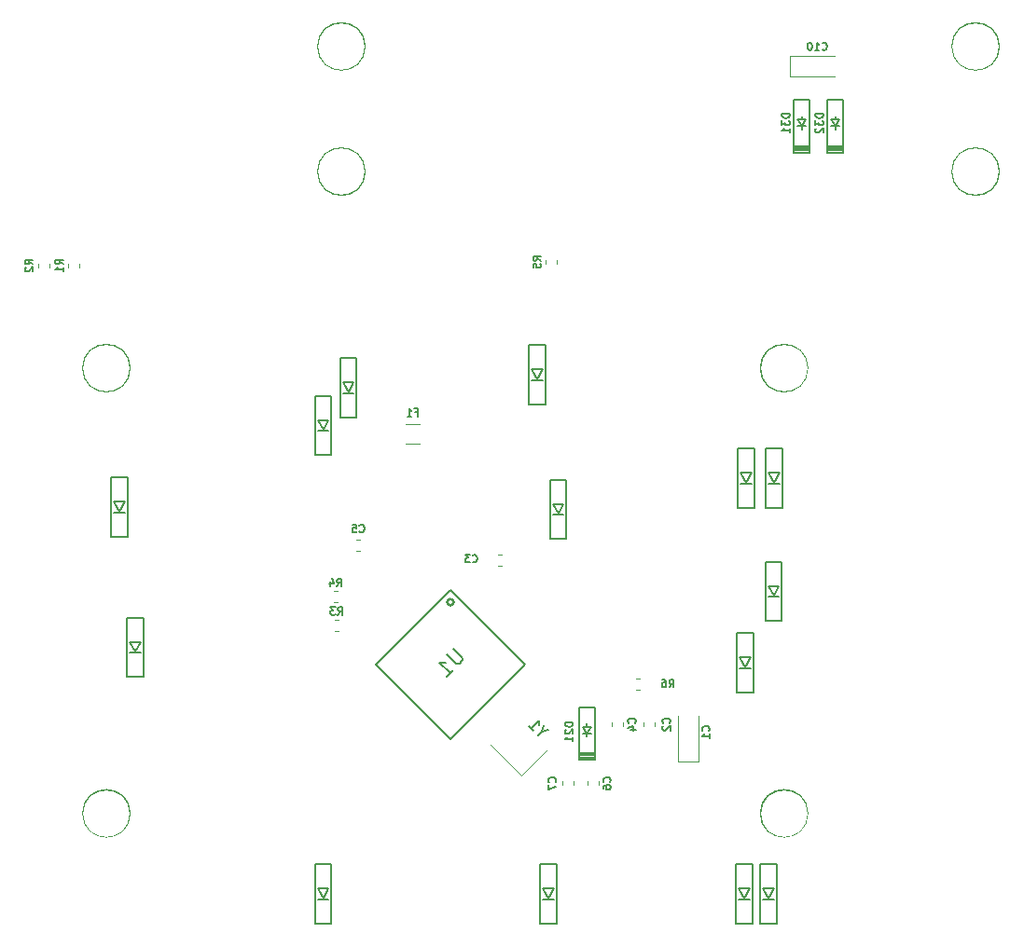
<source format=gbo>
G04 #@! TF.GenerationSoftware,KiCad,Pcbnew,(5.1.4-0-10_14)*
G04 #@! TF.CreationDate,2019-10-30T02:49:39+09:00*
G04 #@! TF.ProjectId,nilgiri_hotswap,6e696c67-6972-4695-9f68-6f7473776170,rev?*
G04 #@! TF.SameCoordinates,Original*
G04 #@! TF.FileFunction,Legend,Bot*
G04 #@! TF.FilePolarity,Positive*
%FSLAX46Y46*%
G04 Gerber Fmt 4.6, Leading zero omitted, Abs format (unit mm)*
G04 Created by KiCad (PCBNEW (5.1.4-0-10_14)) date 2019-10-30 02:49:39*
%MOMM*%
%LPD*%
G04 APERTURE LIST*
%ADD10C,0.150000*%
%ADD11C,0.120000*%
%ADD12C,0.400000*%
%ADD13C,0.200000*%
%ADD14C,0.254000*%
%ADD15C,0.203200*%
%ADD16C,1.902000*%
%ADD17R,1.052000X1.402000*%
%ADD18C,1.499000*%
%ADD19R,1.499000X1.499000*%
%ADD20C,3.602000*%
%ADD21C,4.089800*%
%ADD22C,1.852000*%
%ADD23R,2.550000X2.800000*%
%ADD24C,0.100000*%
%ADD25C,1.052000*%
%ADD26C,2.102000*%
%ADD27C,2.550000*%
%ADD28O,1.002000X2.102000*%
%ADD29O,1.002000X1.802000*%
%ADD30C,0.702000*%
%ADD31C,4.202000*%
%ADD32C,1.702200*%
%ADD33R,1.302000X1.302000*%
%ADD34C,1.452000*%
%ADD35C,1.626000*%
%ADD36C,1.002000*%
%ADD37O,2.102000X1.552000*%
%ADD38O,1.902000X1.252000*%
%ADD39O,0.902000X0.902000*%
%ADD40R,2.102000X3.302000*%
%ADD41R,2.102000X2.102000*%
%ADD42C,1.302000*%
%ADD43C,0.900000*%
%ADD44C,1.527000*%
%ADD45O,1.802000X1.802000*%
%ADD46R,1.802000X1.802000*%
G04 APERTURE END LIST*
D10*
X143141000Y-80993000D02*
X144641000Y-80993000D01*
X143141000Y-86393000D02*
X143141000Y-80993000D01*
X144641000Y-86393000D02*
X143141000Y-86393000D01*
X144641000Y-80993000D02*
X144641000Y-86393000D01*
X144391000Y-84193000D02*
X143391000Y-84193000D01*
X143391000Y-83193000D02*
X143891000Y-84093000D01*
X144391000Y-83193000D02*
X143391000Y-83193000D01*
X143891000Y-84093000D02*
X144391000Y-83193000D01*
D11*
X142746000Y-61385267D02*
X142746000Y-61042733D01*
X143766000Y-61385267D02*
X143766000Y-61042733D01*
X146556000Y-108756267D02*
X146556000Y-108413733D01*
X147576000Y-108756267D02*
X147576000Y-108413733D01*
D12*
X183784000Y-41640000D02*
G75*
G03X183784000Y-41640000I-2000000J0D01*
G01*
X183784000Y-53020000D02*
G75*
G03X183784000Y-53020000I-2000000J0D01*
G01*
X126206000Y-41640000D02*
G75*
G03X126206000Y-41640000I-2000000J0D01*
G01*
X126206000Y-53020000D02*
G75*
G03X126206000Y-53020000I-2000000J0D01*
G01*
D13*
X166684000Y-51294000D02*
X166684000Y-46494000D01*
X166684000Y-46494000D02*
X165284000Y-46494000D01*
X165284000Y-51294000D02*
X165284000Y-46494000D01*
X166684000Y-50694000D02*
X165284000Y-50694000D01*
X166684000Y-50894000D02*
X165284000Y-50894000D01*
X166684000Y-51094000D02*
X165284000Y-51094000D01*
X166684000Y-51294000D02*
X165284000Y-51294000D01*
X165984000Y-48894000D02*
X166334000Y-48294000D01*
X166334000Y-48294000D02*
X165584000Y-48294000D01*
X165584000Y-48294000D02*
X165984000Y-48894000D01*
X166334000Y-48894000D02*
X165584000Y-48894000D01*
X165984000Y-48894000D02*
X165984000Y-49194000D01*
X165984000Y-48294000D02*
X165984000Y-47994000D01*
D11*
X169000000Y-44385000D02*
X164915000Y-44385000D01*
X164915000Y-44385000D02*
X164915000Y-42515000D01*
X164915000Y-42515000D02*
X169000000Y-42515000D01*
D13*
X169732000Y-51294000D02*
X169732000Y-46494000D01*
X169732000Y-46494000D02*
X168332000Y-46494000D01*
X168332000Y-51294000D02*
X168332000Y-46494000D01*
X169732000Y-50694000D02*
X168332000Y-50694000D01*
X169732000Y-50894000D02*
X168332000Y-50894000D01*
X169732000Y-51094000D02*
X168332000Y-51094000D01*
X169732000Y-51294000D02*
X168332000Y-51294000D01*
X169032000Y-48894000D02*
X169382000Y-48294000D01*
X169382000Y-48294000D02*
X168632000Y-48294000D01*
X168632000Y-48294000D02*
X169032000Y-48894000D01*
X169382000Y-48894000D02*
X168632000Y-48894000D01*
X169032000Y-48894000D02*
X169032000Y-49194000D01*
X169032000Y-48294000D02*
X169032000Y-47994000D01*
D12*
X166388800Y-111302800D02*
G75*
G03X166388800Y-111302800I-2000000J0D01*
G01*
X166388800Y-70866000D02*
G75*
G03X166388800Y-70866000I-2000000J0D01*
G01*
X104870000Y-111302800D02*
G75*
G03X104870000Y-111302800I-2000000J0D01*
G01*
X104870000Y-70866000D02*
G75*
G03X104870000Y-70866000I-2000000J0D01*
G01*
D11*
X138796267Y-88810000D02*
X138453733Y-88810000D01*
X138796267Y-87790000D02*
X138453733Y-87790000D01*
X123932767Y-94744000D02*
X123590233Y-94744000D01*
X123932767Y-93724000D02*
X123590233Y-93724000D01*
X140582487Y-107863940D02*
X137754060Y-105035513D01*
X142915940Y-105530487D02*
X140582487Y-107863940D01*
D14*
X134394700Y-92133146D02*
G75*
G03X134394700Y-92133146I-282700J0D01*
G01*
D15*
X140900225Y-97790000D02*
X134112000Y-91001775D01*
X134112000Y-104578225D02*
X140900225Y-97790000D01*
X127323775Y-97790000D02*
X134112000Y-104578225D01*
X134112000Y-91001775D02*
X127323775Y-97790000D01*
D11*
X100408200Y-61372933D02*
X100408200Y-61715467D01*
X99388200Y-61372933D02*
X99388200Y-61715467D01*
D10*
X124091000Y-69944000D02*
X125591000Y-69944000D01*
X124091000Y-75344000D02*
X124091000Y-69944000D01*
X125591000Y-75344000D02*
X124091000Y-75344000D01*
X125591000Y-69944000D02*
X125591000Y-75344000D01*
X125341000Y-73144000D02*
X124341000Y-73144000D01*
X124341000Y-72144000D02*
X124841000Y-73044000D01*
X125341000Y-72144000D02*
X124341000Y-72144000D01*
X124841000Y-73044000D02*
X125341000Y-72144000D01*
D11*
X145290000Y-108413733D02*
X145290000Y-108756267D01*
X144270000Y-108413733D02*
X144270000Y-108756267D01*
D10*
X162250000Y-115925000D02*
X163750000Y-115925000D01*
X162250000Y-121325000D02*
X162250000Y-115925000D01*
X163750000Y-121325000D02*
X162250000Y-121325000D01*
X163750000Y-115925000D02*
X163750000Y-121325000D01*
X163500000Y-119125000D02*
X162500000Y-119125000D01*
X162500000Y-118125000D02*
X163000000Y-119025000D01*
X163500000Y-118125000D02*
X162500000Y-118125000D01*
X163000000Y-119025000D02*
X163500000Y-118125000D01*
X160133600Y-94940600D02*
X161633600Y-94940600D01*
X160133600Y-100340600D02*
X160133600Y-94940600D01*
X161633600Y-100340600D02*
X160133600Y-100340600D01*
X161633600Y-94940600D02*
X161633600Y-100340600D01*
X161383600Y-98140600D02*
X160383600Y-98140600D01*
X160383600Y-97140600D02*
X160883600Y-98040600D01*
X161383600Y-97140600D02*
X160383600Y-97140600D01*
X160883600Y-98040600D02*
X161383600Y-97140600D01*
X160200000Y-78150000D02*
X161700000Y-78150000D01*
X160200000Y-83550000D02*
X160200000Y-78150000D01*
X161700000Y-83550000D02*
X160200000Y-83550000D01*
X161700000Y-78150000D02*
X161700000Y-83550000D01*
X161450000Y-81350000D02*
X160450000Y-81350000D01*
X160450000Y-80350000D02*
X160950000Y-81250000D01*
X161450000Y-80350000D02*
X160450000Y-80350000D01*
X160950000Y-81250000D02*
X161450000Y-80350000D01*
X160000000Y-115925000D02*
X161500000Y-115925000D01*
X160000000Y-121325000D02*
X160000000Y-115925000D01*
X161500000Y-121325000D02*
X160000000Y-121325000D01*
X161500000Y-115925000D02*
X161500000Y-121325000D01*
X161250000Y-119125000D02*
X160250000Y-119125000D01*
X160250000Y-118125000D02*
X160750000Y-119025000D01*
X161250000Y-118125000D02*
X160250000Y-118125000D01*
X160750000Y-119025000D02*
X161250000Y-118125000D01*
X141200000Y-68750000D02*
X142700000Y-68750000D01*
X141200000Y-74150000D02*
X141200000Y-68750000D01*
X142700000Y-74150000D02*
X141200000Y-74150000D01*
X142700000Y-68750000D02*
X142700000Y-74150000D01*
X142450000Y-71950000D02*
X141450000Y-71950000D01*
X141450000Y-70950000D02*
X141950000Y-71850000D01*
X142450000Y-70950000D02*
X141450000Y-70950000D01*
X141950000Y-71850000D02*
X142450000Y-70950000D01*
X162700000Y-88450000D02*
X164200000Y-88450000D01*
X162700000Y-93850000D02*
X162700000Y-88450000D01*
X164200000Y-93850000D02*
X162700000Y-93850000D01*
X164200000Y-88450000D02*
X164200000Y-93850000D01*
X163950000Y-91650000D02*
X162950000Y-91650000D01*
X162950000Y-90650000D02*
X163450000Y-91550000D01*
X163950000Y-90650000D02*
X162950000Y-90650000D01*
X163450000Y-91550000D02*
X163950000Y-90650000D01*
X142252000Y-115925000D02*
X143752000Y-115925000D01*
X142252000Y-121325000D02*
X142252000Y-115925000D01*
X143752000Y-121325000D02*
X142252000Y-121325000D01*
X143752000Y-115925000D02*
X143752000Y-121325000D01*
X143502000Y-119125000D02*
X142502000Y-119125000D01*
X142502000Y-118125000D02*
X143002000Y-119025000D01*
X143502000Y-118125000D02*
X142502000Y-118125000D01*
X143002000Y-119025000D02*
X143502000Y-118125000D01*
X121805000Y-73373000D02*
X123305000Y-73373000D01*
X121805000Y-78773000D02*
X121805000Y-73373000D01*
X123305000Y-78773000D02*
X121805000Y-78773000D01*
X123305000Y-73373000D02*
X123305000Y-78773000D01*
X123055000Y-76573000D02*
X122055000Y-76573000D01*
X122055000Y-75573000D02*
X122555000Y-76473000D01*
X123055000Y-75573000D02*
X122055000Y-75573000D01*
X122555000Y-76473000D02*
X123055000Y-75573000D01*
X162750000Y-78150000D02*
X164250000Y-78150000D01*
X162750000Y-83550000D02*
X162750000Y-78150000D01*
X164250000Y-83550000D02*
X162750000Y-83550000D01*
X164250000Y-78150000D02*
X164250000Y-83550000D01*
X164000000Y-81350000D02*
X163000000Y-81350000D01*
X163000000Y-80350000D02*
X163500000Y-81250000D01*
X164000000Y-80350000D02*
X163000000Y-80350000D01*
X163500000Y-81250000D02*
X164000000Y-80350000D01*
X121805000Y-115918000D02*
X123305000Y-115918000D01*
X121805000Y-121318000D02*
X121805000Y-115918000D01*
X123305000Y-121318000D02*
X121805000Y-121318000D01*
X123305000Y-115918000D02*
X123305000Y-121318000D01*
X123055000Y-119118000D02*
X122055000Y-119118000D01*
X122055000Y-118118000D02*
X122555000Y-119018000D01*
X123055000Y-118118000D02*
X122055000Y-118118000D01*
X122555000Y-119018000D02*
X123055000Y-118118000D01*
X104761600Y-93525000D02*
X106261600Y-93525000D01*
X104761600Y-98925000D02*
X104761600Y-93525000D01*
X106261600Y-98925000D02*
X104761600Y-98925000D01*
X106261600Y-93525000D02*
X106261600Y-98925000D01*
X106011600Y-96725000D02*
X105011600Y-96725000D01*
X105011600Y-95725000D02*
X105511600Y-96625000D01*
X106011600Y-95725000D02*
X105011600Y-95725000D01*
X105511600Y-96625000D02*
X106011600Y-95725000D01*
X103300000Y-80800000D02*
X104800000Y-80800000D01*
X103300000Y-86200000D02*
X103300000Y-80800000D01*
X104800000Y-86200000D02*
X103300000Y-86200000D01*
X104800000Y-80800000D02*
X104800000Y-86200000D01*
X104550000Y-84000000D02*
X103550000Y-84000000D01*
X103550000Y-83000000D02*
X104050000Y-83900000D01*
X104550000Y-83000000D02*
X103550000Y-83000000D01*
X104050000Y-83900000D02*
X104550000Y-83000000D01*
D11*
X131285064Y-77745000D02*
X130080936Y-77745000D01*
X131285064Y-75925000D02*
X130080936Y-75925000D01*
X149735000Y-103044233D02*
X149735000Y-103386767D01*
X148715000Y-103044233D02*
X148715000Y-103386767D01*
X152686000Y-103044233D02*
X152686000Y-103386767D01*
X151666000Y-103044233D02*
X151666000Y-103386767D01*
X154731500Y-106570500D02*
X154731500Y-102485500D01*
X156601500Y-106570500D02*
X154731500Y-106570500D01*
X156601500Y-102485500D02*
X156601500Y-106570500D01*
X125901267Y-87505000D02*
X125558733Y-87505000D01*
X125901267Y-86485000D02*
X125558733Y-86485000D01*
X123871267Y-92160000D02*
X123528733Y-92160000D01*
X123871267Y-91140000D02*
X123528733Y-91140000D01*
X97665000Y-61372933D02*
X97665000Y-61715467D01*
X96645000Y-61372933D02*
X96645000Y-61715467D01*
X151321267Y-100060000D02*
X150978733Y-100060000D01*
X151321267Y-99040000D02*
X150978733Y-99040000D01*
D13*
X146500000Y-103450000D02*
X146500000Y-103150000D01*
X146500000Y-104050000D02*
X146500000Y-104350000D01*
X146850000Y-104050000D02*
X146100000Y-104050000D01*
X146100000Y-103450000D02*
X146500000Y-104050000D01*
X146850000Y-103450000D02*
X146100000Y-103450000D01*
X146500000Y-104050000D02*
X146850000Y-103450000D01*
X147200000Y-106450000D02*
X145800000Y-106450000D01*
X147200000Y-106250000D02*
X145800000Y-106250000D01*
X147200000Y-106050000D02*
X145800000Y-106050000D01*
X147200000Y-105850000D02*
X145800000Y-105850000D01*
X145800000Y-106450000D02*
X145800000Y-101650000D01*
X147200000Y-101650000D02*
X145800000Y-101650000D01*
X147200000Y-106450000D02*
X147200000Y-101650000D01*
D10*
X142302666Y-61097333D02*
X141969333Y-60864000D01*
X142302666Y-60697333D02*
X141602666Y-60697333D01*
X141602666Y-60964000D01*
X141636000Y-61030666D01*
X141669333Y-61064000D01*
X141736000Y-61097333D01*
X141836000Y-61097333D01*
X141902666Y-61064000D01*
X141936000Y-61030666D01*
X141969333Y-60964000D01*
X141969333Y-60697333D01*
X141602666Y-61730666D02*
X141602666Y-61397333D01*
X141936000Y-61364000D01*
X141902666Y-61397333D01*
X141869333Y-61464000D01*
X141869333Y-61630666D01*
X141902666Y-61697333D01*
X141936000Y-61730666D01*
X142002666Y-61764000D01*
X142169333Y-61764000D01*
X142236000Y-61730666D01*
X142269333Y-61697333D01*
X142302666Y-61630666D01*
X142302666Y-61464000D01*
X142269333Y-61397333D01*
X142236000Y-61364000D01*
X148586000Y-108468333D02*
X148619333Y-108435000D01*
X148652666Y-108335000D01*
X148652666Y-108268333D01*
X148619333Y-108168333D01*
X148552666Y-108101666D01*
X148486000Y-108068333D01*
X148352666Y-108035000D01*
X148252666Y-108035000D01*
X148119333Y-108068333D01*
X148052666Y-108101666D01*
X147986000Y-108168333D01*
X147952666Y-108268333D01*
X147952666Y-108335000D01*
X147986000Y-108435000D01*
X148019333Y-108468333D01*
X147952666Y-109068333D02*
X147952666Y-108935000D01*
X147986000Y-108868333D01*
X148019333Y-108835000D01*
X148119333Y-108768333D01*
X148252666Y-108735000D01*
X148519333Y-108735000D01*
X148586000Y-108768333D01*
X148619333Y-108801666D01*
X148652666Y-108868333D01*
X148652666Y-109001666D01*
X148619333Y-109068333D01*
X148586000Y-109101666D01*
X148519333Y-109135000D01*
X148352666Y-109135000D01*
X148286000Y-109101666D01*
X148252666Y-109068333D01*
X148219333Y-109001666D01*
X148219333Y-108868333D01*
X148252666Y-108801666D01*
X148286000Y-108768333D01*
X148352666Y-108735000D01*
X164900666Y-47744000D02*
X164200666Y-47744000D01*
X164200666Y-47910666D01*
X164234000Y-48010666D01*
X164300666Y-48077333D01*
X164367333Y-48110666D01*
X164500666Y-48144000D01*
X164600666Y-48144000D01*
X164734000Y-48110666D01*
X164800666Y-48077333D01*
X164867333Y-48010666D01*
X164900666Y-47910666D01*
X164900666Y-47744000D01*
X164200666Y-48377333D02*
X164200666Y-48810666D01*
X164467333Y-48577333D01*
X164467333Y-48677333D01*
X164500666Y-48744000D01*
X164534000Y-48777333D01*
X164600666Y-48810666D01*
X164767333Y-48810666D01*
X164834000Y-48777333D01*
X164867333Y-48744000D01*
X164900666Y-48677333D01*
X164900666Y-48477333D01*
X164867333Y-48410666D01*
X164834000Y-48377333D01*
X164900666Y-49477333D02*
X164900666Y-49077333D01*
X164900666Y-49277333D02*
X164200666Y-49277333D01*
X164300666Y-49210666D01*
X164367333Y-49144000D01*
X164400666Y-49077333D01*
X167850000Y-41922000D02*
X167883333Y-41955333D01*
X167983333Y-41988666D01*
X168050000Y-41988666D01*
X168150000Y-41955333D01*
X168216666Y-41888666D01*
X168250000Y-41822000D01*
X168283333Y-41688666D01*
X168283333Y-41588666D01*
X168250000Y-41455333D01*
X168216666Y-41388666D01*
X168150000Y-41322000D01*
X168050000Y-41288666D01*
X167983333Y-41288666D01*
X167883333Y-41322000D01*
X167850000Y-41355333D01*
X167183333Y-41988666D02*
X167583333Y-41988666D01*
X167383333Y-41988666D02*
X167383333Y-41288666D01*
X167450000Y-41388666D01*
X167516666Y-41455333D01*
X167583333Y-41488666D01*
X166750000Y-41288666D02*
X166683333Y-41288666D01*
X166616666Y-41322000D01*
X166583333Y-41355333D01*
X166550000Y-41422000D01*
X166516666Y-41555333D01*
X166516666Y-41722000D01*
X166550000Y-41855333D01*
X166583333Y-41922000D01*
X166616666Y-41955333D01*
X166683333Y-41988666D01*
X166750000Y-41988666D01*
X166816666Y-41955333D01*
X166850000Y-41922000D01*
X166883333Y-41855333D01*
X166916666Y-41722000D01*
X166916666Y-41555333D01*
X166883333Y-41422000D01*
X166850000Y-41355333D01*
X166816666Y-41322000D01*
X166750000Y-41288666D01*
X167948666Y-47744000D02*
X167248666Y-47744000D01*
X167248666Y-47910666D01*
X167282000Y-48010666D01*
X167348666Y-48077333D01*
X167415333Y-48110666D01*
X167548666Y-48144000D01*
X167648666Y-48144000D01*
X167782000Y-48110666D01*
X167848666Y-48077333D01*
X167915333Y-48010666D01*
X167948666Y-47910666D01*
X167948666Y-47744000D01*
X167248666Y-48377333D02*
X167248666Y-48810666D01*
X167515333Y-48577333D01*
X167515333Y-48677333D01*
X167548666Y-48744000D01*
X167582000Y-48777333D01*
X167648666Y-48810666D01*
X167815333Y-48810666D01*
X167882000Y-48777333D01*
X167915333Y-48744000D01*
X167948666Y-48677333D01*
X167948666Y-48477333D01*
X167915333Y-48410666D01*
X167882000Y-48377333D01*
X167315333Y-49077333D02*
X167282000Y-49110666D01*
X167248666Y-49177333D01*
X167248666Y-49344000D01*
X167282000Y-49410666D01*
X167315333Y-49444000D01*
X167382000Y-49477333D01*
X167448666Y-49477333D01*
X167548666Y-49444000D01*
X167948666Y-49044000D01*
X167948666Y-49477333D01*
X136116666Y-88450000D02*
X136150000Y-88483333D01*
X136250000Y-88516666D01*
X136316666Y-88516666D01*
X136416666Y-88483333D01*
X136483333Y-88416666D01*
X136516666Y-88350000D01*
X136550000Y-88216666D01*
X136550000Y-88116666D01*
X136516666Y-87983333D01*
X136483333Y-87916666D01*
X136416666Y-87850000D01*
X136316666Y-87816666D01*
X136250000Y-87816666D01*
X136150000Y-87850000D01*
X136116666Y-87883333D01*
X135883333Y-87816666D02*
X135450000Y-87816666D01*
X135683333Y-88083333D01*
X135583333Y-88083333D01*
X135516666Y-88116666D01*
X135483333Y-88150000D01*
X135450000Y-88216666D01*
X135450000Y-88383333D01*
X135483333Y-88450000D01*
X135516666Y-88483333D01*
X135583333Y-88516666D01*
X135783333Y-88516666D01*
X135850000Y-88483333D01*
X135883333Y-88450000D01*
X123883166Y-93280666D02*
X124116500Y-92947333D01*
X124283166Y-93280666D02*
X124283166Y-92580666D01*
X124016500Y-92580666D01*
X123949833Y-92614000D01*
X123916500Y-92647333D01*
X123883166Y-92714000D01*
X123883166Y-92814000D01*
X123916500Y-92880666D01*
X123949833Y-92914000D01*
X124016500Y-92947333D01*
X124283166Y-92947333D01*
X123649833Y-92580666D02*
X123216500Y-92580666D01*
X123449833Y-92847333D01*
X123349833Y-92847333D01*
X123283166Y-92880666D01*
X123249833Y-92914000D01*
X123216500Y-92980666D01*
X123216500Y-93147333D01*
X123249833Y-93214000D01*
X123283166Y-93247333D01*
X123349833Y-93280666D01*
X123549833Y-93280666D01*
X123616500Y-93247333D01*
X123649833Y-93214000D01*
X142420965Y-103870469D02*
X142084247Y-104207187D01*
X143027056Y-103735782D02*
X142420965Y-103870469D01*
X142555652Y-103264378D01*
X141242454Y-103365393D02*
X141646515Y-103769454D01*
X141444484Y-103567423D02*
X142151591Y-102860317D01*
X142117919Y-103028675D01*
X142117919Y-103163362D01*
X142151591Y-103264378D01*
D13*
X134359487Y-96316860D02*
X135160874Y-97118248D01*
X135208015Y-97259669D01*
X135208015Y-97353950D01*
X135160874Y-97495371D01*
X134972312Y-97683933D01*
X134830891Y-97731074D01*
X134736610Y-97731074D01*
X134595189Y-97683933D01*
X133793801Y-96882545D01*
X133793801Y-98862444D02*
X134359487Y-98296759D01*
X134076644Y-98579602D02*
X133086694Y-97589652D01*
X133322397Y-97636793D01*
X133510958Y-97636793D01*
X133652380Y-97589652D01*
D10*
X98944866Y-61427533D02*
X98611533Y-61194200D01*
X98944866Y-61027533D02*
X98244866Y-61027533D01*
X98244866Y-61294200D01*
X98278200Y-61360866D01*
X98311533Y-61394200D01*
X98378200Y-61427533D01*
X98478200Y-61427533D01*
X98544866Y-61394200D01*
X98578200Y-61360866D01*
X98611533Y-61294200D01*
X98611533Y-61027533D01*
X98944866Y-62094200D02*
X98944866Y-61694200D01*
X98944866Y-61894200D02*
X98244866Y-61894200D01*
X98344866Y-61827533D01*
X98411533Y-61760866D01*
X98444866Y-61694200D01*
X143633000Y-108468333D02*
X143666333Y-108435000D01*
X143699666Y-108335000D01*
X143699666Y-108268333D01*
X143666333Y-108168333D01*
X143599666Y-108101666D01*
X143533000Y-108068333D01*
X143399666Y-108035000D01*
X143299666Y-108035000D01*
X143166333Y-108068333D01*
X143099666Y-108101666D01*
X143033000Y-108168333D01*
X142999666Y-108268333D01*
X142999666Y-108335000D01*
X143033000Y-108435000D01*
X143066333Y-108468333D01*
X142999666Y-108701666D02*
X142999666Y-109168333D01*
X143699666Y-108868333D01*
X130916333Y-74880000D02*
X131149666Y-74880000D01*
X131149666Y-75246666D02*
X131149666Y-74546666D01*
X130816333Y-74546666D01*
X130183000Y-75246666D02*
X130583000Y-75246666D01*
X130383000Y-75246666D02*
X130383000Y-74546666D01*
X130449666Y-74646666D01*
X130516333Y-74713333D01*
X130583000Y-74746666D01*
X150847000Y-103098833D02*
X150880333Y-103065500D01*
X150913666Y-102965500D01*
X150913666Y-102898833D01*
X150880333Y-102798833D01*
X150813666Y-102732166D01*
X150747000Y-102698833D01*
X150613666Y-102665500D01*
X150513666Y-102665500D01*
X150380333Y-102698833D01*
X150313666Y-102732166D01*
X150247000Y-102798833D01*
X150213666Y-102898833D01*
X150213666Y-102965500D01*
X150247000Y-103065500D01*
X150280333Y-103098833D01*
X150447000Y-103698833D02*
X150913666Y-103698833D01*
X150180333Y-103532166D02*
X150680333Y-103365500D01*
X150680333Y-103798833D01*
X154000000Y-103098833D02*
X154033333Y-103065500D01*
X154066666Y-102965500D01*
X154066666Y-102898833D01*
X154033333Y-102798833D01*
X153966666Y-102732166D01*
X153900000Y-102698833D01*
X153766666Y-102665500D01*
X153666666Y-102665500D01*
X153533333Y-102698833D01*
X153466666Y-102732166D01*
X153400000Y-102798833D01*
X153366666Y-102898833D01*
X153366666Y-102965500D01*
X153400000Y-103065500D01*
X153433333Y-103098833D01*
X153433333Y-103365500D02*
X153400000Y-103398833D01*
X153366666Y-103465500D01*
X153366666Y-103632166D01*
X153400000Y-103698833D01*
X153433333Y-103732166D01*
X153500000Y-103765500D01*
X153566666Y-103765500D01*
X153666666Y-103732166D01*
X154066666Y-103332166D01*
X154066666Y-103765500D01*
X157564900Y-103820133D02*
X157598233Y-103786800D01*
X157631566Y-103686800D01*
X157631566Y-103620133D01*
X157598233Y-103520133D01*
X157531566Y-103453466D01*
X157464900Y-103420133D01*
X157331566Y-103386800D01*
X157231566Y-103386800D01*
X157098233Y-103420133D01*
X157031566Y-103453466D01*
X156964900Y-103520133D01*
X156931566Y-103620133D01*
X156931566Y-103686800D01*
X156964900Y-103786800D01*
X156998233Y-103820133D01*
X157631566Y-104486800D02*
X157631566Y-104086800D01*
X157631566Y-104286800D02*
X156931566Y-104286800D01*
X157031566Y-104220133D01*
X157098233Y-104153466D01*
X157131566Y-104086800D01*
X125846666Y-85721000D02*
X125880000Y-85754333D01*
X125980000Y-85787666D01*
X126046666Y-85787666D01*
X126146666Y-85754333D01*
X126213333Y-85687666D01*
X126246666Y-85621000D01*
X126280000Y-85487666D01*
X126280000Y-85387666D01*
X126246666Y-85254333D01*
X126213333Y-85187666D01*
X126146666Y-85121000D01*
X126046666Y-85087666D01*
X125980000Y-85087666D01*
X125880000Y-85121000D01*
X125846666Y-85154333D01*
X125213333Y-85087666D02*
X125546666Y-85087666D01*
X125580000Y-85421000D01*
X125546666Y-85387666D01*
X125480000Y-85354333D01*
X125313333Y-85354333D01*
X125246666Y-85387666D01*
X125213333Y-85421000D01*
X125180000Y-85487666D01*
X125180000Y-85654333D01*
X125213333Y-85721000D01*
X125246666Y-85754333D01*
X125313333Y-85787666D01*
X125480000Y-85787666D01*
X125546666Y-85754333D01*
X125580000Y-85721000D01*
X123816666Y-90696666D02*
X124050000Y-90363333D01*
X124216666Y-90696666D02*
X124216666Y-89996666D01*
X123950000Y-89996666D01*
X123883333Y-90030000D01*
X123850000Y-90063333D01*
X123816666Y-90130000D01*
X123816666Y-90230000D01*
X123850000Y-90296666D01*
X123883333Y-90330000D01*
X123950000Y-90363333D01*
X124216666Y-90363333D01*
X123216666Y-90230000D02*
X123216666Y-90696666D01*
X123383333Y-89963333D02*
X123550000Y-90463333D01*
X123116666Y-90463333D01*
X96201666Y-61427533D02*
X95868333Y-61194200D01*
X96201666Y-61027533D02*
X95501666Y-61027533D01*
X95501666Y-61294200D01*
X95535000Y-61360866D01*
X95568333Y-61394200D01*
X95635000Y-61427533D01*
X95735000Y-61427533D01*
X95801666Y-61394200D01*
X95835000Y-61360866D01*
X95868333Y-61294200D01*
X95868333Y-61027533D01*
X95568333Y-61694200D02*
X95535000Y-61727533D01*
X95501666Y-61794200D01*
X95501666Y-61960866D01*
X95535000Y-62027533D01*
X95568333Y-62060866D01*
X95635000Y-62094200D01*
X95701666Y-62094200D01*
X95801666Y-62060866D01*
X96201666Y-61660866D01*
X96201666Y-62094200D01*
X153966666Y-99866666D02*
X154200000Y-99533333D01*
X154366666Y-99866666D02*
X154366666Y-99166666D01*
X154100000Y-99166666D01*
X154033333Y-99200000D01*
X154000000Y-99233333D01*
X153966666Y-99300000D01*
X153966666Y-99400000D01*
X154000000Y-99466666D01*
X154033333Y-99500000D01*
X154100000Y-99533333D01*
X154366666Y-99533333D01*
X153366666Y-99166666D02*
X153500000Y-99166666D01*
X153566666Y-99200000D01*
X153600000Y-99233333D01*
X153666666Y-99333333D01*
X153700000Y-99466666D01*
X153700000Y-99733333D01*
X153666666Y-99800000D01*
X153633333Y-99833333D01*
X153566666Y-99866666D01*
X153433333Y-99866666D01*
X153366666Y-99833333D01*
X153333333Y-99800000D01*
X153300000Y-99733333D01*
X153300000Y-99566666D01*
X153333333Y-99500000D01*
X153366666Y-99466666D01*
X153433333Y-99433333D01*
X153566666Y-99433333D01*
X153633333Y-99466666D01*
X153666666Y-99500000D01*
X153700000Y-99566666D01*
X145223666Y-103036000D02*
X144523666Y-103036000D01*
X144523666Y-103202666D01*
X144557000Y-103302666D01*
X144623666Y-103369333D01*
X144690333Y-103402666D01*
X144823666Y-103436000D01*
X144923666Y-103436000D01*
X145057000Y-103402666D01*
X145123666Y-103369333D01*
X145190333Y-103302666D01*
X145223666Y-103202666D01*
X145223666Y-103036000D01*
X144590333Y-103702666D02*
X144557000Y-103736000D01*
X144523666Y-103802666D01*
X144523666Y-103969333D01*
X144557000Y-104036000D01*
X144590333Y-104069333D01*
X144657000Y-104102666D01*
X144723666Y-104102666D01*
X144823666Y-104069333D01*
X145223666Y-103669333D01*
X145223666Y-104102666D01*
X145223666Y-104769333D02*
X145223666Y-104369333D01*
X145223666Y-104569333D02*
X144523666Y-104569333D01*
X144623666Y-104502666D01*
X144690333Y-104436000D01*
X144723666Y-104369333D01*
%LPC*%
D16*
X156146200Y-45700000D03*
X156146200Y-48300000D03*
X178800000Y-47050000D03*
D17*
X143891000Y-81918000D03*
D18*
X143891000Y-79883000D03*
D19*
X143891000Y-87503000D03*
D17*
X143891000Y-85468000D03*
D16*
X150353800Y-48300000D03*
X150353800Y-45700000D03*
X127700000Y-46950000D03*
D20*
X98140000Y-76520000D03*
D21*
X95600000Y-81600000D03*
D20*
X91790000Y-79060000D03*
D22*
X90520000Y-81600000D03*
X100680000Y-81600000D03*
D23*
X88515000Y-79060000D03*
X101415000Y-76520000D03*
D20*
X117340000Y-67020000D03*
D21*
X114800000Y-72100000D03*
D20*
X110990000Y-69560000D03*
D22*
X109720000Y-72100000D03*
X119880000Y-72100000D03*
D23*
X107715000Y-69560000D03*
X120615000Y-67020000D03*
D24*
G36*
X143544779Y-59764266D02*
G01*
X143570309Y-59768053D01*
X143595345Y-59774325D01*
X143619646Y-59783020D01*
X143642977Y-59794055D01*
X143665115Y-59807323D01*
X143685845Y-59822698D01*
X143704969Y-59840031D01*
X143722302Y-59859155D01*
X143737677Y-59879885D01*
X143750945Y-59902023D01*
X143761980Y-59925354D01*
X143770675Y-59949655D01*
X143776947Y-59974691D01*
X143780734Y-60000221D01*
X143782000Y-60026000D01*
X143782000Y-60652000D01*
X143780734Y-60677779D01*
X143776947Y-60703309D01*
X143770675Y-60728345D01*
X143761980Y-60752646D01*
X143750945Y-60775977D01*
X143737677Y-60798115D01*
X143722302Y-60818845D01*
X143704969Y-60837969D01*
X143685845Y-60855302D01*
X143665115Y-60870677D01*
X143642977Y-60883945D01*
X143619646Y-60894980D01*
X143595345Y-60903675D01*
X143570309Y-60909947D01*
X143544779Y-60913734D01*
X143519000Y-60915000D01*
X142993000Y-60915000D01*
X142967221Y-60913734D01*
X142941691Y-60909947D01*
X142916655Y-60903675D01*
X142892354Y-60894980D01*
X142869023Y-60883945D01*
X142846885Y-60870677D01*
X142826155Y-60855302D01*
X142807031Y-60837969D01*
X142789698Y-60818845D01*
X142774323Y-60798115D01*
X142761055Y-60775977D01*
X142750020Y-60752646D01*
X142741325Y-60728345D01*
X142735053Y-60703309D01*
X142731266Y-60677779D01*
X142730000Y-60652000D01*
X142730000Y-60026000D01*
X142731266Y-60000221D01*
X142735053Y-59974691D01*
X142741325Y-59949655D01*
X142750020Y-59925354D01*
X142761055Y-59902023D01*
X142774323Y-59879885D01*
X142789698Y-59859155D01*
X142807031Y-59840031D01*
X142826155Y-59822698D01*
X142846885Y-59807323D01*
X142869023Y-59794055D01*
X142892354Y-59783020D01*
X142916655Y-59774325D01*
X142941691Y-59768053D01*
X142967221Y-59764266D01*
X142993000Y-59763000D01*
X143519000Y-59763000D01*
X143544779Y-59764266D01*
X143544779Y-59764266D01*
G37*
D25*
X143256000Y-60339000D03*
D24*
G36*
X143544779Y-61514266D02*
G01*
X143570309Y-61518053D01*
X143595345Y-61524325D01*
X143619646Y-61533020D01*
X143642977Y-61544055D01*
X143665115Y-61557323D01*
X143685845Y-61572698D01*
X143704969Y-61590031D01*
X143722302Y-61609155D01*
X143737677Y-61629885D01*
X143750945Y-61652023D01*
X143761980Y-61675354D01*
X143770675Y-61699655D01*
X143776947Y-61724691D01*
X143780734Y-61750221D01*
X143782000Y-61776000D01*
X143782000Y-62402000D01*
X143780734Y-62427779D01*
X143776947Y-62453309D01*
X143770675Y-62478345D01*
X143761980Y-62502646D01*
X143750945Y-62525977D01*
X143737677Y-62548115D01*
X143722302Y-62568845D01*
X143704969Y-62587969D01*
X143685845Y-62605302D01*
X143665115Y-62620677D01*
X143642977Y-62633945D01*
X143619646Y-62644980D01*
X143595345Y-62653675D01*
X143570309Y-62659947D01*
X143544779Y-62663734D01*
X143519000Y-62665000D01*
X142993000Y-62665000D01*
X142967221Y-62663734D01*
X142941691Y-62659947D01*
X142916655Y-62653675D01*
X142892354Y-62644980D01*
X142869023Y-62633945D01*
X142846885Y-62620677D01*
X142826155Y-62605302D01*
X142807031Y-62587969D01*
X142789698Y-62568845D01*
X142774323Y-62548115D01*
X142761055Y-62525977D01*
X142750020Y-62502646D01*
X142741325Y-62478345D01*
X142735053Y-62453309D01*
X142731266Y-62427779D01*
X142730000Y-62402000D01*
X142730000Y-61776000D01*
X142731266Y-61750221D01*
X142735053Y-61724691D01*
X142741325Y-61699655D01*
X142750020Y-61675354D01*
X142761055Y-61652023D01*
X142774323Y-61629885D01*
X142789698Y-61609155D01*
X142807031Y-61590031D01*
X142826155Y-61572698D01*
X142846885Y-61557323D01*
X142869023Y-61544055D01*
X142892354Y-61533020D01*
X142916655Y-61524325D01*
X142941691Y-61518053D01*
X142967221Y-61514266D01*
X142993000Y-61513000D01*
X143519000Y-61513000D01*
X143544779Y-61514266D01*
X143544779Y-61514266D01*
G37*
D25*
X143256000Y-62089000D03*
D20*
X117240000Y-109620000D03*
D21*
X114700000Y-114700000D03*
D20*
X110890000Y-112160000D03*
D22*
X109620000Y-114700000D03*
X119780000Y-114700000D03*
D23*
X107615000Y-112160000D03*
X120515000Y-109620000D03*
D26*
X105055600Y-60325000D03*
X111555600Y-60325000D03*
D24*
G36*
X147354779Y-107135266D02*
G01*
X147380309Y-107139053D01*
X147405345Y-107145325D01*
X147429646Y-107154020D01*
X147452977Y-107165055D01*
X147475115Y-107178323D01*
X147495845Y-107193698D01*
X147514969Y-107211031D01*
X147532302Y-107230155D01*
X147547677Y-107250885D01*
X147560945Y-107273023D01*
X147571980Y-107296354D01*
X147580675Y-107320655D01*
X147586947Y-107345691D01*
X147590734Y-107371221D01*
X147592000Y-107397000D01*
X147592000Y-108023000D01*
X147590734Y-108048779D01*
X147586947Y-108074309D01*
X147580675Y-108099345D01*
X147571980Y-108123646D01*
X147560945Y-108146977D01*
X147547677Y-108169115D01*
X147532302Y-108189845D01*
X147514969Y-108208969D01*
X147495845Y-108226302D01*
X147475115Y-108241677D01*
X147452977Y-108254945D01*
X147429646Y-108265980D01*
X147405345Y-108274675D01*
X147380309Y-108280947D01*
X147354779Y-108284734D01*
X147329000Y-108286000D01*
X146803000Y-108286000D01*
X146777221Y-108284734D01*
X146751691Y-108280947D01*
X146726655Y-108274675D01*
X146702354Y-108265980D01*
X146679023Y-108254945D01*
X146656885Y-108241677D01*
X146636155Y-108226302D01*
X146617031Y-108208969D01*
X146599698Y-108189845D01*
X146584323Y-108169115D01*
X146571055Y-108146977D01*
X146560020Y-108123646D01*
X146551325Y-108099345D01*
X146545053Y-108074309D01*
X146541266Y-108048779D01*
X146540000Y-108023000D01*
X146540000Y-107397000D01*
X146541266Y-107371221D01*
X146545053Y-107345691D01*
X146551325Y-107320655D01*
X146560020Y-107296354D01*
X146571055Y-107273023D01*
X146584323Y-107250885D01*
X146599698Y-107230155D01*
X146617031Y-107211031D01*
X146636155Y-107193698D01*
X146656885Y-107178323D01*
X146679023Y-107165055D01*
X146702354Y-107154020D01*
X146726655Y-107145325D01*
X146751691Y-107139053D01*
X146777221Y-107135266D01*
X146803000Y-107134000D01*
X147329000Y-107134000D01*
X147354779Y-107135266D01*
X147354779Y-107135266D01*
G37*
D25*
X147066000Y-107710000D03*
D24*
G36*
X147354779Y-108885266D02*
G01*
X147380309Y-108889053D01*
X147405345Y-108895325D01*
X147429646Y-108904020D01*
X147452977Y-108915055D01*
X147475115Y-108928323D01*
X147495845Y-108943698D01*
X147514969Y-108961031D01*
X147532302Y-108980155D01*
X147547677Y-109000885D01*
X147560945Y-109023023D01*
X147571980Y-109046354D01*
X147580675Y-109070655D01*
X147586947Y-109095691D01*
X147590734Y-109121221D01*
X147592000Y-109147000D01*
X147592000Y-109773000D01*
X147590734Y-109798779D01*
X147586947Y-109824309D01*
X147580675Y-109849345D01*
X147571980Y-109873646D01*
X147560945Y-109896977D01*
X147547677Y-109919115D01*
X147532302Y-109939845D01*
X147514969Y-109958969D01*
X147495845Y-109976302D01*
X147475115Y-109991677D01*
X147452977Y-110004945D01*
X147429646Y-110015980D01*
X147405345Y-110024675D01*
X147380309Y-110030947D01*
X147354779Y-110034734D01*
X147329000Y-110036000D01*
X146803000Y-110036000D01*
X146777221Y-110034734D01*
X146751691Y-110030947D01*
X146726655Y-110024675D01*
X146702354Y-110015980D01*
X146679023Y-110004945D01*
X146656885Y-109991677D01*
X146636155Y-109976302D01*
X146617031Y-109958969D01*
X146599698Y-109939845D01*
X146584323Y-109919115D01*
X146571055Y-109896977D01*
X146560020Y-109873646D01*
X146551325Y-109849345D01*
X146545053Y-109824309D01*
X146541266Y-109798779D01*
X146540000Y-109773000D01*
X146540000Y-109147000D01*
X146541266Y-109121221D01*
X146545053Y-109095691D01*
X146551325Y-109070655D01*
X146560020Y-109046354D01*
X146571055Y-109023023D01*
X146584323Y-109000885D01*
X146599698Y-108980155D01*
X146617031Y-108961031D01*
X146636155Y-108943698D01*
X146656885Y-108928323D01*
X146679023Y-108915055D01*
X146702354Y-108904020D01*
X146726655Y-108895325D01*
X146751691Y-108889053D01*
X146777221Y-108885266D01*
X146803000Y-108884000D01*
X147329000Y-108884000D01*
X147354779Y-108885266D01*
X147354779Y-108885266D01*
G37*
D25*
X147066000Y-109460000D03*
D20*
X136290000Y-80970000D03*
D21*
X133750000Y-86050000D03*
D20*
X129940000Y-83510000D03*
D22*
X128670000Y-86050000D03*
X138830000Y-86050000D03*
D23*
X126665000Y-83510000D03*
X139565000Y-80970000D03*
D20*
X178018252Y-108350497D03*
D21*
X174250000Y-112600000D03*
D20*
X171227223Y-109160448D03*
D22*
X169343097Y-111285199D03*
X179156903Y-113914801D03*
D27*
X168063816Y-108312815D03*
D24*
G36*
X166469914Y-109335117D02*
G01*
X167194607Y-106630525D01*
X169657718Y-107290513D01*
X168933025Y-109995105D01*
X166469914Y-109335117D01*
X166469914Y-109335117D01*
G37*
D27*
X181181659Y-109198130D03*
D24*
G36*
X179587757Y-110220432D02*
G01*
X180312450Y-107515840D01*
X182775561Y-108175828D01*
X182050868Y-110880420D01*
X179587757Y-110220432D01*
X179587757Y-110220432D01*
G37*
D20*
X155290000Y-90470000D03*
D21*
X152750000Y-95550000D03*
D20*
X148940000Y-93010000D03*
D22*
X147670000Y-95550000D03*
X157830000Y-95550000D03*
D23*
X145665000Y-93010000D03*
X158565000Y-90470000D03*
D20*
X155290000Y-71470000D03*
D21*
X152750000Y-76550000D03*
D20*
X148940000Y-74010000D03*
D22*
X147670000Y-76550000D03*
X157830000Y-76550000D03*
D23*
X145665000Y-74010000D03*
X158565000Y-71470000D03*
D20*
X155290000Y-109620000D03*
D21*
X152750000Y-114700000D03*
D20*
X148940000Y-112160000D03*
D22*
X147670000Y-114700000D03*
X157830000Y-114700000D03*
D23*
X145665000Y-112160000D03*
X158565000Y-109620000D03*
D20*
X136240000Y-61970000D03*
D21*
X133700000Y-67050000D03*
D20*
X129890000Y-64510000D03*
D22*
X128620000Y-67050000D03*
X138780000Y-67050000D03*
D23*
X126615000Y-64510000D03*
X139515000Y-61970000D03*
D20*
X136290000Y-109620000D03*
D21*
X133750000Y-114700000D03*
D20*
X129940000Y-112160000D03*
D22*
X128670000Y-114700000D03*
X138830000Y-114700000D03*
D23*
X126665000Y-112160000D03*
X139565000Y-109620000D03*
D20*
X117290000Y-85920000D03*
D21*
X114750000Y-91000000D03*
D20*
X110940000Y-88460000D03*
D22*
X109670000Y-91000000D03*
X119830000Y-91000000D03*
D23*
X107665000Y-88460000D03*
X120565000Y-85920000D03*
D20*
X98100000Y-95600000D03*
D21*
X95560000Y-100680000D03*
D20*
X91750000Y-98140000D03*
D22*
X90480000Y-100680000D03*
X100640000Y-100680000D03*
D23*
X88475000Y-98140000D03*
X101375000Y-95600000D03*
D28*
X102922800Y-64795000D03*
X94282800Y-64795000D03*
D29*
X102922800Y-60625000D03*
X94282800Y-60625000D03*
D30*
X95712800Y-64315000D03*
X101492800Y-64315000D03*
D31*
X181784000Y-41640000D03*
X181784000Y-53020000D03*
X124206000Y-41640000D03*
D32*
X89150000Y-39750000D03*
D31*
X124206000Y-53020000D03*
D32*
X89050000Y-54950000D03*
D33*
X165984000Y-47194000D03*
X165984000Y-49994000D03*
D24*
G36*
X166558468Y-42725295D02*
G01*
X166584569Y-42729167D01*
X166610166Y-42735578D01*
X166635011Y-42744468D01*
X166658865Y-42755750D01*
X166681498Y-42769316D01*
X166702693Y-42785035D01*
X166722245Y-42802755D01*
X166739965Y-42822307D01*
X166755684Y-42843502D01*
X166769250Y-42866135D01*
X166780532Y-42889989D01*
X166789422Y-42914834D01*
X166795833Y-42940431D01*
X166799705Y-42966532D01*
X166801000Y-42992888D01*
X166801000Y-43907112D01*
X166799705Y-43933468D01*
X166795833Y-43959569D01*
X166789422Y-43985166D01*
X166780532Y-44010011D01*
X166769250Y-44033865D01*
X166755684Y-44056498D01*
X166739965Y-44077693D01*
X166722245Y-44097245D01*
X166702693Y-44114965D01*
X166681498Y-44130684D01*
X166658865Y-44144250D01*
X166635011Y-44155532D01*
X166610166Y-44164422D01*
X166584569Y-44170833D01*
X166558468Y-44174705D01*
X166532112Y-44176000D01*
X165392888Y-44176000D01*
X165366532Y-44174705D01*
X165340431Y-44170833D01*
X165314834Y-44164422D01*
X165289989Y-44155532D01*
X165266135Y-44144250D01*
X165243502Y-44130684D01*
X165222307Y-44114965D01*
X165202755Y-44097245D01*
X165185035Y-44077693D01*
X165169316Y-44056498D01*
X165155750Y-44033865D01*
X165144468Y-44010011D01*
X165135578Y-43985166D01*
X165129167Y-43959569D01*
X165125295Y-43933468D01*
X165124000Y-43907112D01*
X165124000Y-42992888D01*
X165125295Y-42966532D01*
X165129167Y-42940431D01*
X165135578Y-42914834D01*
X165144468Y-42889989D01*
X165155750Y-42866135D01*
X165169316Y-42843502D01*
X165185035Y-42822307D01*
X165202755Y-42802755D01*
X165222307Y-42785035D01*
X165243502Y-42769316D01*
X165266135Y-42755750D01*
X165289989Y-42744468D01*
X165314834Y-42735578D01*
X165340431Y-42729167D01*
X165366532Y-42725295D01*
X165392888Y-42724000D01*
X166532112Y-42724000D01*
X166558468Y-42725295D01*
X166558468Y-42725295D01*
G37*
D34*
X165962500Y-43450000D03*
D24*
G36*
X169433468Y-42725295D02*
G01*
X169459569Y-42729167D01*
X169485166Y-42735578D01*
X169510011Y-42744468D01*
X169533865Y-42755750D01*
X169556498Y-42769316D01*
X169577693Y-42785035D01*
X169597245Y-42802755D01*
X169614965Y-42822307D01*
X169630684Y-42843502D01*
X169644250Y-42866135D01*
X169655532Y-42889989D01*
X169664422Y-42914834D01*
X169670833Y-42940431D01*
X169674705Y-42966532D01*
X169676000Y-42992888D01*
X169676000Y-43907112D01*
X169674705Y-43933468D01*
X169670833Y-43959569D01*
X169664422Y-43985166D01*
X169655532Y-44010011D01*
X169644250Y-44033865D01*
X169630684Y-44056498D01*
X169614965Y-44077693D01*
X169597245Y-44097245D01*
X169577693Y-44114965D01*
X169556498Y-44130684D01*
X169533865Y-44144250D01*
X169510011Y-44155532D01*
X169485166Y-44164422D01*
X169459569Y-44170833D01*
X169433468Y-44174705D01*
X169407112Y-44176000D01*
X168267888Y-44176000D01*
X168241532Y-44174705D01*
X168215431Y-44170833D01*
X168189834Y-44164422D01*
X168164989Y-44155532D01*
X168141135Y-44144250D01*
X168118502Y-44130684D01*
X168097307Y-44114965D01*
X168077755Y-44097245D01*
X168060035Y-44077693D01*
X168044316Y-44056498D01*
X168030750Y-44033865D01*
X168019468Y-44010011D01*
X168010578Y-43985166D01*
X168004167Y-43959569D01*
X168000295Y-43933468D01*
X167999000Y-43907112D01*
X167999000Y-42992888D01*
X168000295Y-42966532D01*
X168004167Y-42940431D01*
X168010578Y-42914834D01*
X168019468Y-42889989D01*
X168030750Y-42866135D01*
X168044316Y-42843502D01*
X168060035Y-42822307D01*
X168077755Y-42802755D01*
X168097307Y-42785035D01*
X168118502Y-42769316D01*
X168141135Y-42755750D01*
X168164989Y-42744468D01*
X168189834Y-42735578D01*
X168215431Y-42729167D01*
X168241532Y-42725295D01*
X168267888Y-42724000D01*
X169407112Y-42724000D01*
X169433468Y-42725295D01*
X169433468Y-42725295D01*
G37*
D34*
X168837500Y-43450000D03*
D33*
X169032000Y-47194000D03*
X169032000Y-49994000D03*
D35*
X91572000Y-39738600D03*
X94112000Y-39738600D03*
X96652000Y-39738600D03*
X99192000Y-39738600D03*
X101732000Y-39738600D03*
X104272000Y-39738600D03*
X106812000Y-39738600D03*
X109352000Y-39738600D03*
X111892000Y-39738600D03*
X114432000Y-39738600D03*
X116972000Y-39738600D03*
X119512000Y-39738600D03*
X119512000Y-54958600D03*
X116972000Y-54958600D03*
X114432000Y-54958600D03*
X111892000Y-54958600D03*
X109352000Y-54958600D03*
X106812000Y-54958600D03*
X104272000Y-54958600D03*
X101732000Y-54958600D03*
X99192000Y-54958600D03*
X96652000Y-54958600D03*
X94112000Y-54958600D03*
X91572000Y-54958600D03*
D36*
X151600000Y-38870000D03*
X154600000Y-38870000D03*
D31*
X164388800Y-111302800D03*
X164388800Y-70866000D03*
X102870000Y-111302800D03*
X102870000Y-70866000D03*
D37*
X91791400Y-62873800D03*
X91791400Y-70323800D03*
D38*
X87991400Y-62723800D03*
X87991400Y-70473800D03*
D39*
X90741400Y-64098800D03*
X90741400Y-69098800D03*
D26*
X171900000Y-75600000D03*
X176900000Y-75600000D03*
D40*
X168800000Y-68600000D03*
X180000000Y-68600000D03*
D26*
X171900000Y-61100000D03*
X174400000Y-61100000D03*
D41*
X176900000Y-61100000D03*
D24*
G36*
X138088779Y-87775266D02*
G01*
X138114309Y-87779053D01*
X138139345Y-87785325D01*
X138163646Y-87794020D01*
X138186977Y-87805055D01*
X138209115Y-87818323D01*
X138229845Y-87833698D01*
X138248969Y-87851031D01*
X138266302Y-87870155D01*
X138281677Y-87890885D01*
X138294945Y-87913023D01*
X138305980Y-87936354D01*
X138314675Y-87960655D01*
X138320947Y-87985691D01*
X138324734Y-88011221D01*
X138326000Y-88037000D01*
X138326000Y-88563000D01*
X138324734Y-88588779D01*
X138320947Y-88614309D01*
X138314675Y-88639345D01*
X138305980Y-88663646D01*
X138294945Y-88686977D01*
X138281677Y-88709115D01*
X138266302Y-88729845D01*
X138248969Y-88748969D01*
X138229845Y-88766302D01*
X138209115Y-88781677D01*
X138186977Y-88794945D01*
X138163646Y-88805980D01*
X138139345Y-88814675D01*
X138114309Y-88820947D01*
X138088779Y-88824734D01*
X138063000Y-88826000D01*
X137437000Y-88826000D01*
X137411221Y-88824734D01*
X137385691Y-88820947D01*
X137360655Y-88814675D01*
X137336354Y-88805980D01*
X137313023Y-88794945D01*
X137290885Y-88781677D01*
X137270155Y-88766302D01*
X137251031Y-88748969D01*
X137233698Y-88729845D01*
X137218323Y-88709115D01*
X137205055Y-88686977D01*
X137194020Y-88663646D01*
X137185325Y-88639345D01*
X137179053Y-88614309D01*
X137175266Y-88588779D01*
X137174000Y-88563000D01*
X137174000Y-88037000D01*
X137175266Y-88011221D01*
X137179053Y-87985691D01*
X137185325Y-87960655D01*
X137194020Y-87936354D01*
X137205055Y-87913023D01*
X137218323Y-87890885D01*
X137233698Y-87870155D01*
X137251031Y-87851031D01*
X137270155Y-87833698D01*
X137290885Y-87818323D01*
X137313023Y-87805055D01*
X137336354Y-87794020D01*
X137360655Y-87785325D01*
X137385691Y-87779053D01*
X137411221Y-87775266D01*
X137437000Y-87774000D01*
X138063000Y-87774000D01*
X138088779Y-87775266D01*
X138088779Y-87775266D01*
G37*
D25*
X137750000Y-88300000D03*
D24*
G36*
X139838779Y-87775266D02*
G01*
X139864309Y-87779053D01*
X139889345Y-87785325D01*
X139913646Y-87794020D01*
X139936977Y-87805055D01*
X139959115Y-87818323D01*
X139979845Y-87833698D01*
X139998969Y-87851031D01*
X140016302Y-87870155D01*
X140031677Y-87890885D01*
X140044945Y-87913023D01*
X140055980Y-87936354D01*
X140064675Y-87960655D01*
X140070947Y-87985691D01*
X140074734Y-88011221D01*
X140076000Y-88037000D01*
X140076000Y-88563000D01*
X140074734Y-88588779D01*
X140070947Y-88614309D01*
X140064675Y-88639345D01*
X140055980Y-88663646D01*
X140044945Y-88686977D01*
X140031677Y-88709115D01*
X140016302Y-88729845D01*
X139998969Y-88748969D01*
X139979845Y-88766302D01*
X139959115Y-88781677D01*
X139936977Y-88794945D01*
X139913646Y-88805980D01*
X139889345Y-88814675D01*
X139864309Y-88820947D01*
X139838779Y-88824734D01*
X139813000Y-88826000D01*
X139187000Y-88826000D01*
X139161221Y-88824734D01*
X139135691Y-88820947D01*
X139110655Y-88814675D01*
X139086354Y-88805980D01*
X139063023Y-88794945D01*
X139040885Y-88781677D01*
X139020155Y-88766302D01*
X139001031Y-88748969D01*
X138983698Y-88729845D01*
X138968323Y-88709115D01*
X138955055Y-88686977D01*
X138944020Y-88663646D01*
X138935325Y-88639345D01*
X138929053Y-88614309D01*
X138925266Y-88588779D01*
X138924000Y-88563000D01*
X138924000Y-88037000D01*
X138925266Y-88011221D01*
X138929053Y-87985691D01*
X138935325Y-87960655D01*
X138944020Y-87936354D01*
X138955055Y-87913023D01*
X138968323Y-87890885D01*
X138983698Y-87870155D01*
X139001031Y-87851031D01*
X139020155Y-87833698D01*
X139040885Y-87818323D01*
X139063023Y-87805055D01*
X139086354Y-87794020D01*
X139110655Y-87785325D01*
X139135691Y-87779053D01*
X139161221Y-87775266D01*
X139187000Y-87774000D01*
X139813000Y-87774000D01*
X139838779Y-87775266D01*
X139838779Y-87775266D01*
G37*
D25*
X139500000Y-88300000D03*
D24*
G36*
X123225279Y-93709266D02*
G01*
X123250809Y-93713053D01*
X123275845Y-93719325D01*
X123300146Y-93728020D01*
X123323477Y-93739055D01*
X123345615Y-93752323D01*
X123366345Y-93767698D01*
X123385469Y-93785031D01*
X123402802Y-93804155D01*
X123418177Y-93824885D01*
X123431445Y-93847023D01*
X123442480Y-93870354D01*
X123451175Y-93894655D01*
X123457447Y-93919691D01*
X123461234Y-93945221D01*
X123462500Y-93971000D01*
X123462500Y-94497000D01*
X123461234Y-94522779D01*
X123457447Y-94548309D01*
X123451175Y-94573345D01*
X123442480Y-94597646D01*
X123431445Y-94620977D01*
X123418177Y-94643115D01*
X123402802Y-94663845D01*
X123385469Y-94682969D01*
X123366345Y-94700302D01*
X123345615Y-94715677D01*
X123323477Y-94728945D01*
X123300146Y-94739980D01*
X123275845Y-94748675D01*
X123250809Y-94754947D01*
X123225279Y-94758734D01*
X123199500Y-94760000D01*
X122573500Y-94760000D01*
X122547721Y-94758734D01*
X122522191Y-94754947D01*
X122497155Y-94748675D01*
X122472854Y-94739980D01*
X122449523Y-94728945D01*
X122427385Y-94715677D01*
X122406655Y-94700302D01*
X122387531Y-94682969D01*
X122370198Y-94663845D01*
X122354823Y-94643115D01*
X122341555Y-94620977D01*
X122330520Y-94597646D01*
X122321825Y-94573345D01*
X122315553Y-94548309D01*
X122311766Y-94522779D01*
X122310500Y-94497000D01*
X122310500Y-93971000D01*
X122311766Y-93945221D01*
X122315553Y-93919691D01*
X122321825Y-93894655D01*
X122330520Y-93870354D01*
X122341555Y-93847023D01*
X122354823Y-93824885D01*
X122370198Y-93804155D01*
X122387531Y-93785031D01*
X122406655Y-93767698D01*
X122427385Y-93752323D01*
X122449523Y-93739055D01*
X122472854Y-93728020D01*
X122497155Y-93719325D01*
X122522191Y-93713053D01*
X122547721Y-93709266D01*
X122573500Y-93708000D01*
X123199500Y-93708000D01*
X123225279Y-93709266D01*
X123225279Y-93709266D01*
G37*
D25*
X122886500Y-94234000D03*
D24*
G36*
X124975279Y-93709266D02*
G01*
X125000809Y-93713053D01*
X125025845Y-93719325D01*
X125050146Y-93728020D01*
X125073477Y-93739055D01*
X125095615Y-93752323D01*
X125116345Y-93767698D01*
X125135469Y-93785031D01*
X125152802Y-93804155D01*
X125168177Y-93824885D01*
X125181445Y-93847023D01*
X125192480Y-93870354D01*
X125201175Y-93894655D01*
X125207447Y-93919691D01*
X125211234Y-93945221D01*
X125212500Y-93971000D01*
X125212500Y-94497000D01*
X125211234Y-94522779D01*
X125207447Y-94548309D01*
X125201175Y-94573345D01*
X125192480Y-94597646D01*
X125181445Y-94620977D01*
X125168177Y-94643115D01*
X125152802Y-94663845D01*
X125135469Y-94682969D01*
X125116345Y-94700302D01*
X125095615Y-94715677D01*
X125073477Y-94728945D01*
X125050146Y-94739980D01*
X125025845Y-94748675D01*
X125000809Y-94754947D01*
X124975279Y-94758734D01*
X124949500Y-94760000D01*
X124323500Y-94760000D01*
X124297721Y-94758734D01*
X124272191Y-94754947D01*
X124247155Y-94748675D01*
X124222854Y-94739980D01*
X124199523Y-94728945D01*
X124177385Y-94715677D01*
X124156655Y-94700302D01*
X124137531Y-94682969D01*
X124120198Y-94663845D01*
X124104823Y-94643115D01*
X124091555Y-94620977D01*
X124080520Y-94597646D01*
X124071825Y-94573345D01*
X124065553Y-94548309D01*
X124061766Y-94522779D01*
X124060500Y-94497000D01*
X124060500Y-93971000D01*
X124061766Y-93945221D01*
X124065553Y-93919691D01*
X124071825Y-93894655D01*
X124080520Y-93870354D01*
X124091555Y-93847023D01*
X124104823Y-93824885D01*
X124120198Y-93804155D01*
X124137531Y-93785031D01*
X124156655Y-93767698D01*
X124177385Y-93752323D01*
X124199523Y-93739055D01*
X124222854Y-93728020D01*
X124247155Y-93719325D01*
X124272191Y-93713053D01*
X124297721Y-93709266D01*
X124323500Y-93708000D01*
X124949500Y-93708000D01*
X124975279Y-93709266D01*
X124975279Y-93709266D01*
G37*
D25*
X124636500Y-94234000D03*
D42*
X141713858Y-105459777D03*
D24*
G36*
X142705222Y-105530488D02*
G01*
X141784569Y-106451141D01*
X140722494Y-105389066D01*
X141643147Y-104468413D01*
X142705222Y-105530488D01*
X142705222Y-105530488D01*
G37*
D42*
X140158223Y-103904142D03*
D24*
G36*
X141149587Y-103974853D02*
G01*
X140228934Y-104895506D01*
X139166859Y-103833431D01*
X140087512Y-102912778D01*
X141149587Y-103974853D01*
X141149587Y-103974853D01*
G37*
D42*
X138956142Y-105106223D03*
D24*
G36*
X139947506Y-105176934D02*
G01*
X139026853Y-106097587D01*
X137964778Y-105035512D01*
X138885431Y-104114859D01*
X139947506Y-105176934D01*
X139947506Y-105176934D01*
G37*
D42*
X140511777Y-106661858D03*
D24*
G36*
X141503141Y-106732569D02*
G01*
X140582488Y-107653222D01*
X139520413Y-106591147D01*
X140441066Y-105670494D01*
X141503141Y-106732569D01*
X141503141Y-106732569D01*
G37*
D43*
X132768497Y-90789643D03*
D24*
G36*
X132414944Y-89799694D02*
G01*
X133758446Y-91143196D01*
X133122050Y-91779592D01*
X131778548Y-90436090D01*
X132414944Y-89799694D01*
X132414944Y-89799694D01*
G37*
D43*
X132202812Y-91355328D03*
D24*
G36*
X131849259Y-90365379D02*
G01*
X133192761Y-91708881D01*
X132556365Y-92345277D01*
X131212863Y-91001775D01*
X131849259Y-90365379D01*
X131849259Y-90365379D01*
G37*
D43*
X131637126Y-91921014D03*
D24*
G36*
X131283573Y-90931065D02*
G01*
X132627075Y-92274567D01*
X131990679Y-92910963D01*
X130647177Y-91567461D01*
X131283573Y-90931065D01*
X131283573Y-90931065D01*
G37*
D43*
X131071441Y-92486699D03*
D24*
G36*
X130717888Y-91496750D02*
G01*
X132061390Y-92840252D01*
X131424994Y-93476648D01*
X130081492Y-92133146D01*
X130717888Y-91496750D01*
X130717888Y-91496750D01*
G37*
D43*
X130505755Y-93052385D03*
D24*
G36*
X130152202Y-92062436D02*
G01*
X131495704Y-93405938D01*
X130859308Y-94042334D01*
X129515806Y-92698832D01*
X130152202Y-92062436D01*
X130152202Y-92062436D01*
G37*
D43*
X129940070Y-93618070D03*
D24*
G36*
X129586517Y-92628121D02*
G01*
X130930019Y-93971623D01*
X130293623Y-94608019D01*
X128950121Y-93264517D01*
X129586517Y-92628121D01*
X129586517Y-92628121D01*
G37*
D43*
X129374385Y-94183755D03*
D24*
G36*
X129020832Y-93193806D02*
G01*
X130364334Y-94537308D01*
X129727938Y-95173704D01*
X128384436Y-93830202D01*
X129020832Y-93193806D01*
X129020832Y-93193806D01*
G37*
D43*
X128808699Y-94749441D03*
D24*
G36*
X128455146Y-93759492D02*
G01*
X129798648Y-95102994D01*
X129162252Y-95739390D01*
X127818750Y-94395888D01*
X128455146Y-93759492D01*
X128455146Y-93759492D01*
G37*
D43*
X128243014Y-95315126D03*
D24*
G36*
X127889461Y-94325177D02*
G01*
X129232963Y-95668679D01*
X128596567Y-96305075D01*
X127253065Y-94961573D01*
X127889461Y-94325177D01*
X127889461Y-94325177D01*
G37*
D43*
X127677328Y-95880812D03*
D24*
G36*
X127323775Y-94890863D02*
G01*
X128667277Y-96234365D01*
X128030881Y-96870761D01*
X126687379Y-95527259D01*
X127323775Y-94890863D01*
X127323775Y-94890863D01*
G37*
D43*
X127111643Y-96446497D03*
D24*
G36*
X126758090Y-95456548D02*
G01*
X128101592Y-96800050D01*
X127465196Y-97436446D01*
X126121694Y-96092944D01*
X126758090Y-95456548D01*
X126758090Y-95456548D01*
G37*
D43*
X127111643Y-99133503D03*
D24*
G36*
X127465196Y-98143554D02*
G01*
X128101592Y-98779950D01*
X126758090Y-100123452D01*
X126121694Y-99487056D01*
X127465196Y-98143554D01*
X127465196Y-98143554D01*
G37*
D43*
X127677328Y-99699188D03*
D24*
G36*
X128030881Y-98709239D02*
G01*
X128667277Y-99345635D01*
X127323775Y-100689137D01*
X126687379Y-100052741D01*
X128030881Y-98709239D01*
X128030881Y-98709239D01*
G37*
D43*
X128243014Y-100264874D03*
D24*
G36*
X128596567Y-99274925D02*
G01*
X129232963Y-99911321D01*
X127889461Y-101254823D01*
X127253065Y-100618427D01*
X128596567Y-99274925D01*
X128596567Y-99274925D01*
G37*
D43*
X128808699Y-100830559D03*
D24*
G36*
X129162252Y-99840610D02*
G01*
X129798648Y-100477006D01*
X128455146Y-101820508D01*
X127818750Y-101184112D01*
X129162252Y-99840610D01*
X129162252Y-99840610D01*
G37*
D43*
X129374385Y-101396245D03*
D24*
G36*
X129727938Y-100406296D02*
G01*
X130364334Y-101042692D01*
X129020832Y-102386194D01*
X128384436Y-101749798D01*
X129727938Y-100406296D01*
X129727938Y-100406296D01*
G37*
D43*
X129940070Y-101961930D03*
D24*
G36*
X130293623Y-100971981D02*
G01*
X130930019Y-101608377D01*
X129586517Y-102951879D01*
X128950121Y-102315483D01*
X130293623Y-100971981D01*
X130293623Y-100971981D01*
G37*
D43*
X130505755Y-102527615D03*
D24*
G36*
X130859308Y-101537666D02*
G01*
X131495704Y-102174062D01*
X130152202Y-103517564D01*
X129515806Y-102881168D01*
X130859308Y-101537666D01*
X130859308Y-101537666D01*
G37*
D43*
X131071441Y-103093301D03*
D24*
G36*
X131424994Y-102103352D02*
G01*
X132061390Y-102739748D01*
X130717888Y-104083250D01*
X130081492Y-103446854D01*
X131424994Y-102103352D01*
X131424994Y-102103352D01*
G37*
D43*
X131637126Y-103658986D03*
D24*
G36*
X131990679Y-102669037D02*
G01*
X132627075Y-103305433D01*
X131283573Y-104648935D01*
X130647177Y-104012539D01*
X131990679Y-102669037D01*
X131990679Y-102669037D01*
G37*
D43*
X132202812Y-104224672D03*
D24*
G36*
X132556365Y-103234723D02*
G01*
X133192761Y-103871119D01*
X131849259Y-105214621D01*
X131212863Y-104578225D01*
X132556365Y-103234723D01*
X132556365Y-103234723D01*
G37*
D43*
X132768497Y-104790357D03*
D24*
G36*
X133122050Y-103800408D02*
G01*
X133758446Y-104436804D01*
X132414944Y-105780306D01*
X131778548Y-105143910D01*
X133122050Y-103800408D01*
X133122050Y-103800408D01*
G37*
D43*
X135455503Y-104790357D03*
D24*
G36*
X135101950Y-103800408D02*
G01*
X136445452Y-105143910D01*
X135809056Y-105780306D01*
X134465554Y-104436804D01*
X135101950Y-103800408D01*
X135101950Y-103800408D01*
G37*
D43*
X136021188Y-104224672D03*
D24*
G36*
X135667635Y-103234723D02*
G01*
X137011137Y-104578225D01*
X136374741Y-105214621D01*
X135031239Y-103871119D01*
X135667635Y-103234723D01*
X135667635Y-103234723D01*
G37*
D43*
X136586874Y-103658986D03*
D24*
G36*
X136233321Y-102669037D02*
G01*
X137576823Y-104012539D01*
X136940427Y-104648935D01*
X135596925Y-103305433D01*
X136233321Y-102669037D01*
X136233321Y-102669037D01*
G37*
D43*
X137152559Y-103093301D03*
D24*
G36*
X136799006Y-102103352D02*
G01*
X138142508Y-103446854D01*
X137506112Y-104083250D01*
X136162610Y-102739748D01*
X136799006Y-102103352D01*
X136799006Y-102103352D01*
G37*
D43*
X137718245Y-102527615D03*
D24*
G36*
X137364692Y-101537666D02*
G01*
X138708194Y-102881168D01*
X138071798Y-103517564D01*
X136728296Y-102174062D01*
X137364692Y-101537666D01*
X137364692Y-101537666D01*
G37*
D43*
X138283930Y-101961930D03*
D24*
G36*
X137930377Y-100971981D02*
G01*
X139273879Y-102315483D01*
X138637483Y-102951879D01*
X137293981Y-101608377D01*
X137930377Y-100971981D01*
X137930377Y-100971981D01*
G37*
D43*
X138849615Y-101396245D03*
D24*
G36*
X138496062Y-100406296D02*
G01*
X139839564Y-101749798D01*
X139203168Y-102386194D01*
X137859666Y-101042692D01*
X138496062Y-100406296D01*
X138496062Y-100406296D01*
G37*
D43*
X139415301Y-100830559D03*
D24*
G36*
X139061748Y-99840610D02*
G01*
X140405250Y-101184112D01*
X139768854Y-101820508D01*
X138425352Y-100477006D01*
X139061748Y-99840610D01*
X139061748Y-99840610D01*
G37*
D43*
X139980986Y-100264874D03*
D24*
G36*
X139627433Y-99274925D02*
G01*
X140970935Y-100618427D01*
X140334539Y-101254823D01*
X138991037Y-99911321D01*
X139627433Y-99274925D01*
X139627433Y-99274925D01*
G37*
D43*
X140546672Y-99699188D03*
D24*
G36*
X140193119Y-98709239D02*
G01*
X141536621Y-100052741D01*
X140900225Y-100689137D01*
X139556723Y-99345635D01*
X140193119Y-98709239D01*
X140193119Y-98709239D01*
G37*
D43*
X141112357Y-99133503D03*
D24*
G36*
X140758804Y-98143554D02*
G01*
X142102306Y-99487056D01*
X141465910Y-100123452D01*
X140122408Y-98779950D01*
X140758804Y-98143554D01*
X140758804Y-98143554D01*
G37*
D43*
X141112357Y-96446497D03*
D24*
G36*
X141465910Y-95456548D02*
G01*
X142102306Y-96092944D01*
X140758804Y-97436446D01*
X140122408Y-96800050D01*
X141465910Y-95456548D01*
X141465910Y-95456548D01*
G37*
D43*
X140546672Y-95880812D03*
D24*
G36*
X140900225Y-94890863D02*
G01*
X141536621Y-95527259D01*
X140193119Y-96870761D01*
X139556723Y-96234365D01*
X140900225Y-94890863D01*
X140900225Y-94890863D01*
G37*
D43*
X139980986Y-95315126D03*
D24*
G36*
X140334539Y-94325177D02*
G01*
X140970935Y-94961573D01*
X139627433Y-96305075D01*
X138991037Y-95668679D01*
X140334539Y-94325177D01*
X140334539Y-94325177D01*
G37*
D43*
X139415301Y-94749441D03*
D24*
G36*
X139768854Y-93759492D02*
G01*
X140405250Y-94395888D01*
X139061748Y-95739390D01*
X138425352Y-95102994D01*
X139768854Y-93759492D01*
X139768854Y-93759492D01*
G37*
D43*
X138849615Y-94183755D03*
D24*
G36*
X139203168Y-93193806D02*
G01*
X139839564Y-93830202D01*
X138496062Y-95173704D01*
X137859666Y-94537308D01*
X139203168Y-93193806D01*
X139203168Y-93193806D01*
G37*
D43*
X138283930Y-93618070D03*
D24*
G36*
X138637483Y-92628121D02*
G01*
X139273879Y-93264517D01*
X137930377Y-94608019D01*
X137293981Y-93971623D01*
X138637483Y-92628121D01*
X138637483Y-92628121D01*
G37*
D43*
X137718245Y-93052385D03*
D24*
G36*
X138071798Y-92062436D02*
G01*
X138708194Y-92698832D01*
X137364692Y-94042334D01*
X136728296Y-93405938D01*
X138071798Y-92062436D01*
X138071798Y-92062436D01*
G37*
D43*
X137152559Y-92486699D03*
D24*
G36*
X137506112Y-91496750D02*
G01*
X138142508Y-92133146D01*
X136799006Y-93476648D01*
X136162610Y-92840252D01*
X137506112Y-91496750D01*
X137506112Y-91496750D01*
G37*
D43*
X136586874Y-91921014D03*
D24*
G36*
X136940427Y-90931065D02*
G01*
X137576823Y-91567461D01*
X136233321Y-92910963D01*
X135596925Y-92274567D01*
X136940427Y-90931065D01*
X136940427Y-90931065D01*
G37*
D43*
X136021188Y-91355328D03*
D24*
G36*
X136374741Y-90365379D02*
G01*
X137011137Y-91001775D01*
X135667635Y-92345277D01*
X135031239Y-91708881D01*
X136374741Y-90365379D01*
X136374741Y-90365379D01*
G37*
D43*
X135455503Y-90789643D03*
D24*
G36*
X135809056Y-89799694D02*
G01*
X136445452Y-90436090D01*
X135101950Y-91779592D01*
X134465554Y-91143196D01*
X135809056Y-89799694D01*
X135809056Y-89799694D01*
G37*
G36*
X100186979Y-61844466D02*
G01*
X100212509Y-61848253D01*
X100237545Y-61854525D01*
X100261846Y-61863220D01*
X100285177Y-61874255D01*
X100307315Y-61887523D01*
X100328045Y-61902898D01*
X100347169Y-61920231D01*
X100364502Y-61939355D01*
X100379877Y-61960085D01*
X100393145Y-61982223D01*
X100404180Y-62005554D01*
X100412875Y-62029855D01*
X100419147Y-62054891D01*
X100422934Y-62080421D01*
X100424200Y-62106200D01*
X100424200Y-62732200D01*
X100422934Y-62757979D01*
X100419147Y-62783509D01*
X100412875Y-62808545D01*
X100404180Y-62832846D01*
X100393145Y-62856177D01*
X100379877Y-62878315D01*
X100364502Y-62899045D01*
X100347169Y-62918169D01*
X100328045Y-62935502D01*
X100307315Y-62950877D01*
X100285177Y-62964145D01*
X100261846Y-62975180D01*
X100237545Y-62983875D01*
X100212509Y-62990147D01*
X100186979Y-62993934D01*
X100161200Y-62995200D01*
X99635200Y-62995200D01*
X99609421Y-62993934D01*
X99583891Y-62990147D01*
X99558855Y-62983875D01*
X99534554Y-62975180D01*
X99511223Y-62964145D01*
X99489085Y-62950877D01*
X99468355Y-62935502D01*
X99449231Y-62918169D01*
X99431898Y-62899045D01*
X99416523Y-62878315D01*
X99403255Y-62856177D01*
X99392220Y-62832846D01*
X99383525Y-62808545D01*
X99377253Y-62783509D01*
X99373466Y-62757979D01*
X99372200Y-62732200D01*
X99372200Y-62106200D01*
X99373466Y-62080421D01*
X99377253Y-62054891D01*
X99383525Y-62029855D01*
X99392220Y-62005554D01*
X99403255Y-61982223D01*
X99416523Y-61960085D01*
X99431898Y-61939355D01*
X99449231Y-61920231D01*
X99468355Y-61902898D01*
X99489085Y-61887523D01*
X99511223Y-61874255D01*
X99534554Y-61863220D01*
X99558855Y-61854525D01*
X99583891Y-61848253D01*
X99609421Y-61844466D01*
X99635200Y-61843200D01*
X100161200Y-61843200D01*
X100186979Y-61844466D01*
X100186979Y-61844466D01*
G37*
D25*
X99898200Y-62419200D03*
D24*
G36*
X100186979Y-60094466D02*
G01*
X100212509Y-60098253D01*
X100237545Y-60104525D01*
X100261846Y-60113220D01*
X100285177Y-60124255D01*
X100307315Y-60137523D01*
X100328045Y-60152898D01*
X100347169Y-60170231D01*
X100364502Y-60189355D01*
X100379877Y-60210085D01*
X100393145Y-60232223D01*
X100404180Y-60255554D01*
X100412875Y-60279855D01*
X100419147Y-60304891D01*
X100422934Y-60330421D01*
X100424200Y-60356200D01*
X100424200Y-60982200D01*
X100422934Y-61007979D01*
X100419147Y-61033509D01*
X100412875Y-61058545D01*
X100404180Y-61082846D01*
X100393145Y-61106177D01*
X100379877Y-61128315D01*
X100364502Y-61149045D01*
X100347169Y-61168169D01*
X100328045Y-61185502D01*
X100307315Y-61200877D01*
X100285177Y-61214145D01*
X100261846Y-61225180D01*
X100237545Y-61233875D01*
X100212509Y-61240147D01*
X100186979Y-61243934D01*
X100161200Y-61245200D01*
X99635200Y-61245200D01*
X99609421Y-61243934D01*
X99583891Y-61240147D01*
X99558855Y-61233875D01*
X99534554Y-61225180D01*
X99511223Y-61214145D01*
X99489085Y-61200877D01*
X99468355Y-61185502D01*
X99449231Y-61168169D01*
X99431898Y-61149045D01*
X99416523Y-61128315D01*
X99403255Y-61106177D01*
X99392220Y-61082846D01*
X99383525Y-61058545D01*
X99377253Y-61033509D01*
X99373466Y-61007979D01*
X99372200Y-60982200D01*
X99372200Y-60356200D01*
X99373466Y-60330421D01*
X99377253Y-60304891D01*
X99383525Y-60279855D01*
X99392220Y-60255554D01*
X99403255Y-60232223D01*
X99416523Y-60210085D01*
X99431898Y-60189355D01*
X99449231Y-60170231D01*
X99468355Y-60152898D01*
X99489085Y-60137523D01*
X99511223Y-60124255D01*
X99534554Y-60113220D01*
X99558855Y-60104525D01*
X99583891Y-60098253D01*
X99609421Y-60094466D01*
X99635200Y-60093200D01*
X100161200Y-60093200D01*
X100186979Y-60094466D01*
X100186979Y-60094466D01*
G37*
D25*
X99898200Y-60669200D03*
D26*
X171800000Y-97100000D03*
X176800000Y-97100000D03*
D40*
X168700000Y-90100000D03*
X179900000Y-90100000D03*
D26*
X171800000Y-82600000D03*
X174300000Y-82600000D03*
D41*
X176800000Y-82600000D03*
D17*
X124841000Y-70869000D03*
D18*
X124841000Y-68834000D03*
D19*
X124841000Y-76454000D03*
D17*
X124841000Y-74419000D03*
D24*
G36*
X145068779Y-108885266D02*
G01*
X145094309Y-108889053D01*
X145119345Y-108895325D01*
X145143646Y-108904020D01*
X145166977Y-108915055D01*
X145189115Y-108928323D01*
X145209845Y-108943698D01*
X145228969Y-108961031D01*
X145246302Y-108980155D01*
X145261677Y-109000885D01*
X145274945Y-109023023D01*
X145285980Y-109046354D01*
X145294675Y-109070655D01*
X145300947Y-109095691D01*
X145304734Y-109121221D01*
X145306000Y-109147000D01*
X145306000Y-109773000D01*
X145304734Y-109798779D01*
X145300947Y-109824309D01*
X145294675Y-109849345D01*
X145285980Y-109873646D01*
X145274945Y-109896977D01*
X145261677Y-109919115D01*
X145246302Y-109939845D01*
X145228969Y-109958969D01*
X145209845Y-109976302D01*
X145189115Y-109991677D01*
X145166977Y-110004945D01*
X145143646Y-110015980D01*
X145119345Y-110024675D01*
X145094309Y-110030947D01*
X145068779Y-110034734D01*
X145043000Y-110036000D01*
X144517000Y-110036000D01*
X144491221Y-110034734D01*
X144465691Y-110030947D01*
X144440655Y-110024675D01*
X144416354Y-110015980D01*
X144393023Y-110004945D01*
X144370885Y-109991677D01*
X144350155Y-109976302D01*
X144331031Y-109958969D01*
X144313698Y-109939845D01*
X144298323Y-109919115D01*
X144285055Y-109896977D01*
X144274020Y-109873646D01*
X144265325Y-109849345D01*
X144259053Y-109824309D01*
X144255266Y-109798779D01*
X144254000Y-109773000D01*
X144254000Y-109147000D01*
X144255266Y-109121221D01*
X144259053Y-109095691D01*
X144265325Y-109070655D01*
X144274020Y-109046354D01*
X144285055Y-109023023D01*
X144298323Y-109000885D01*
X144313698Y-108980155D01*
X144331031Y-108961031D01*
X144350155Y-108943698D01*
X144370885Y-108928323D01*
X144393023Y-108915055D01*
X144416354Y-108904020D01*
X144440655Y-108895325D01*
X144465691Y-108889053D01*
X144491221Y-108885266D01*
X144517000Y-108884000D01*
X145043000Y-108884000D01*
X145068779Y-108885266D01*
X145068779Y-108885266D01*
G37*
D25*
X144780000Y-109460000D03*
D24*
G36*
X145068779Y-107135266D02*
G01*
X145094309Y-107139053D01*
X145119345Y-107145325D01*
X145143646Y-107154020D01*
X145166977Y-107165055D01*
X145189115Y-107178323D01*
X145209845Y-107193698D01*
X145228969Y-107211031D01*
X145246302Y-107230155D01*
X145261677Y-107250885D01*
X145274945Y-107273023D01*
X145285980Y-107296354D01*
X145294675Y-107320655D01*
X145300947Y-107345691D01*
X145304734Y-107371221D01*
X145306000Y-107397000D01*
X145306000Y-108023000D01*
X145304734Y-108048779D01*
X145300947Y-108074309D01*
X145294675Y-108099345D01*
X145285980Y-108123646D01*
X145274945Y-108146977D01*
X145261677Y-108169115D01*
X145246302Y-108189845D01*
X145228969Y-108208969D01*
X145209845Y-108226302D01*
X145189115Y-108241677D01*
X145166977Y-108254945D01*
X145143646Y-108265980D01*
X145119345Y-108274675D01*
X145094309Y-108280947D01*
X145068779Y-108284734D01*
X145043000Y-108286000D01*
X144517000Y-108286000D01*
X144491221Y-108284734D01*
X144465691Y-108280947D01*
X144440655Y-108274675D01*
X144416354Y-108265980D01*
X144393023Y-108254945D01*
X144370885Y-108241677D01*
X144350155Y-108226302D01*
X144331031Y-108208969D01*
X144313698Y-108189845D01*
X144298323Y-108169115D01*
X144285055Y-108146977D01*
X144274020Y-108123646D01*
X144265325Y-108099345D01*
X144259053Y-108074309D01*
X144255266Y-108048779D01*
X144254000Y-108023000D01*
X144254000Y-107397000D01*
X144255266Y-107371221D01*
X144259053Y-107345691D01*
X144265325Y-107320655D01*
X144274020Y-107296354D01*
X144285055Y-107273023D01*
X144298323Y-107250885D01*
X144313698Y-107230155D01*
X144331031Y-107211031D01*
X144350155Y-107193698D01*
X144370885Y-107178323D01*
X144393023Y-107165055D01*
X144416354Y-107154020D01*
X144440655Y-107145325D01*
X144465691Y-107139053D01*
X144491221Y-107135266D01*
X144517000Y-107134000D01*
X145043000Y-107134000D01*
X145068779Y-107135266D01*
X145068779Y-107135266D01*
G37*
D25*
X144780000Y-107710000D03*
D17*
X163000000Y-116850000D03*
D18*
X163000000Y-114815000D03*
D19*
X163000000Y-122435000D03*
D17*
X163000000Y-120400000D03*
X160883600Y-95865600D03*
D18*
X160883600Y-93830600D03*
D19*
X160883600Y-101450600D03*
D17*
X160883600Y-99415600D03*
X160950000Y-79075000D03*
D18*
X160950000Y-77040000D03*
D19*
X160950000Y-84660000D03*
D17*
X160950000Y-82625000D03*
X160750000Y-116850000D03*
D18*
X160750000Y-114815000D03*
D19*
X160750000Y-122435000D03*
D17*
X160750000Y-120400000D03*
X141950000Y-69675000D03*
D18*
X141950000Y-67640000D03*
D19*
X141950000Y-75260000D03*
D17*
X141950000Y-73225000D03*
X163450000Y-89375000D03*
D18*
X163450000Y-87340000D03*
D19*
X163450000Y-94960000D03*
D17*
X163450000Y-92925000D03*
X143002000Y-116850000D03*
D18*
X143002000Y-114815000D03*
D19*
X143002000Y-122435000D03*
D17*
X143002000Y-120400000D03*
X122555000Y-74298000D03*
D18*
X122555000Y-72263000D03*
D19*
X122555000Y-79883000D03*
D17*
X122555000Y-77848000D03*
X163500000Y-79075000D03*
D18*
X163500000Y-77040000D03*
D19*
X163500000Y-84660000D03*
D17*
X163500000Y-82625000D03*
X122555000Y-116843000D03*
D18*
X122555000Y-114808000D03*
D19*
X122555000Y-122428000D03*
D17*
X122555000Y-120393000D03*
X105511600Y-94450000D03*
D18*
X105511600Y-92415000D03*
D19*
X105511600Y-100035000D03*
D17*
X105511600Y-98000000D03*
X104050000Y-81725000D03*
D18*
X104050000Y-79690000D03*
D19*
X104050000Y-87310000D03*
D17*
X104050000Y-85275000D03*
D24*
G36*
X129717363Y-75910290D02*
G01*
X129743369Y-75914148D01*
X129768871Y-75920535D01*
X129793624Y-75929392D01*
X129817390Y-75940633D01*
X129839939Y-75954148D01*
X129861056Y-75969809D01*
X129880535Y-75987465D01*
X129898191Y-76006944D01*
X129913852Y-76028061D01*
X129927367Y-76050610D01*
X129938608Y-76074376D01*
X129947465Y-76099129D01*
X129953852Y-76124631D01*
X129957710Y-76150637D01*
X129959000Y-76176895D01*
X129959000Y-77493105D01*
X129957710Y-77519363D01*
X129953852Y-77545369D01*
X129947465Y-77570871D01*
X129938608Y-77595624D01*
X129927367Y-77619390D01*
X129913852Y-77641939D01*
X129898191Y-77663056D01*
X129880535Y-77682535D01*
X129861056Y-77700191D01*
X129839939Y-77715852D01*
X129817390Y-77729367D01*
X129793624Y-77740608D01*
X129768871Y-77749465D01*
X129743369Y-77755852D01*
X129717363Y-77759710D01*
X129691105Y-77761000D01*
X128699895Y-77761000D01*
X128673637Y-77759710D01*
X128647631Y-77755852D01*
X128622129Y-77749465D01*
X128597376Y-77740608D01*
X128573610Y-77729367D01*
X128551061Y-77715852D01*
X128529944Y-77700191D01*
X128510465Y-77682535D01*
X128492809Y-77663056D01*
X128477148Y-77641939D01*
X128463633Y-77619390D01*
X128452392Y-77595624D01*
X128443535Y-77570871D01*
X128437148Y-77545369D01*
X128433290Y-77519363D01*
X128432000Y-77493105D01*
X128432000Y-76176895D01*
X128433290Y-76150637D01*
X128437148Y-76124631D01*
X128443535Y-76099129D01*
X128452392Y-76074376D01*
X128463633Y-76050610D01*
X128477148Y-76028061D01*
X128492809Y-76006944D01*
X128510465Y-75987465D01*
X128529944Y-75969809D01*
X128551061Y-75954148D01*
X128573610Y-75940633D01*
X128597376Y-75929392D01*
X128622129Y-75920535D01*
X128647631Y-75914148D01*
X128673637Y-75910290D01*
X128699895Y-75909000D01*
X129691105Y-75909000D01*
X129717363Y-75910290D01*
X129717363Y-75910290D01*
G37*
D44*
X129195500Y-76835000D03*
D24*
G36*
X132692363Y-75910290D02*
G01*
X132718369Y-75914148D01*
X132743871Y-75920535D01*
X132768624Y-75929392D01*
X132792390Y-75940633D01*
X132814939Y-75954148D01*
X132836056Y-75969809D01*
X132855535Y-75987465D01*
X132873191Y-76006944D01*
X132888852Y-76028061D01*
X132902367Y-76050610D01*
X132913608Y-76074376D01*
X132922465Y-76099129D01*
X132928852Y-76124631D01*
X132932710Y-76150637D01*
X132934000Y-76176895D01*
X132934000Y-77493105D01*
X132932710Y-77519363D01*
X132928852Y-77545369D01*
X132922465Y-77570871D01*
X132913608Y-77595624D01*
X132902367Y-77619390D01*
X132888852Y-77641939D01*
X132873191Y-77663056D01*
X132855535Y-77682535D01*
X132836056Y-77700191D01*
X132814939Y-77715852D01*
X132792390Y-77729367D01*
X132768624Y-77740608D01*
X132743871Y-77749465D01*
X132718369Y-77755852D01*
X132692363Y-77759710D01*
X132666105Y-77761000D01*
X131674895Y-77761000D01*
X131648637Y-77759710D01*
X131622631Y-77755852D01*
X131597129Y-77749465D01*
X131572376Y-77740608D01*
X131548610Y-77729367D01*
X131526061Y-77715852D01*
X131504944Y-77700191D01*
X131485465Y-77682535D01*
X131467809Y-77663056D01*
X131452148Y-77641939D01*
X131438633Y-77619390D01*
X131427392Y-77595624D01*
X131418535Y-77570871D01*
X131412148Y-77545369D01*
X131408290Y-77519363D01*
X131407000Y-77493105D01*
X131407000Y-76176895D01*
X131408290Y-76150637D01*
X131412148Y-76124631D01*
X131418535Y-76099129D01*
X131427392Y-76074376D01*
X131438633Y-76050610D01*
X131452148Y-76028061D01*
X131467809Y-76006944D01*
X131485465Y-75987465D01*
X131504944Y-75969809D01*
X131526061Y-75954148D01*
X131548610Y-75940633D01*
X131572376Y-75929392D01*
X131597129Y-75920535D01*
X131622631Y-75914148D01*
X131648637Y-75910290D01*
X131674895Y-75909000D01*
X132666105Y-75909000D01*
X132692363Y-75910290D01*
X132692363Y-75910290D01*
G37*
D44*
X132170500Y-76835000D03*
D24*
G36*
X149513779Y-103515766D02*
G01*
X149539309Y-103519553D01*
X149564345Y-103525825D01*
X149588646Y-103534520D01*
X149611977Y-103545555D01*
X149634115Y-103558823D01*
X149654845Y-103574198D01*
X149673969Y-103591531D01*
X149691302Y-103610655D01*
X149706677Y-103631385D01*
X149719945Y-103653523D01*
X149730980Y-103676854D01*
X149739675Y-103701155D01*
X149745947Y-103726191D01*
X149749734Y-103751721D01*
X149751000Y-103777500D01*
X149751000Y-104403500D01*
X149749734Y-104429279D01*
X149745947Y-104454809D01*
X149739675Y-104479845D01*
X149730980Y-104504146D01*
X149719945Y-104527477D01*
X149706677Y-104549615D01*
X149691302Y-104570345D01*
X149673969Y-104589469D01*
X149654845Y-104606802D01*
X149634115Y-104622177D01*
X149611977Y-104635445D01*
X149588646Y-104646480D01*
X149564345Y-104655175D01*
X149539309Y-104661447D01*
X149513779Y-104665234D01*
X149488000Y-104666500D01*
X148962000Y-104666500D01*
X148936221Y-104665234D01*
X148910691Y-104661447D01*
X148885655Y-104655175D01*
X148861354Y-104646480D01*
X148838023Y-104635445D01*
X148815885Y-104622177D01*
X148795155Y-104606802D01*
X148776031Y-104589469D01*
X148758698Y-104570345D01*
X148743323Y-104549615D01*
X148730055Y-104527477D01*
X148719020Y-104504146D01*
X148710325Y-104479845D01*
X148704053Y-104454809D01*
X148700266Y-104429279D01*
X148699000Y-104403500D01*
X148699000Y-103777500D01*
X148700266Y-103751721D01*
X148704053Y-103726191D01*
X148710325Y-103701155D01*
X148719020Y-103676854D01*
X148730055Y-103653523D01*
X148743323Y-103631385D01*
X148758698Y-103610655D01*
X148776031Y-103591531D01*
X148795155Y-103574198D01*
X148815885Y-103558823D01*
X148838023Y-103545555D01*
X148861354Y-103534520D01*
X148885655Y-103525825D01*
X148910691Y-103519553D01*
X148936221Y-103515766D01*
X148962000Y-103514500D01*
X149488000Y-103514500D01*
X149513779Y-103515766D01*
X149513779Y-103515766D01*
G37*
D25*
X149225000Y-104090500D03*
D24*
G36*
X149513779Y-101765766D02*
G01*
X149539309Y-101769553D01*
X149564345Y-101775825D01*
X149588646Y-101784520D01*
X149611977Y-101795555D01*
X149634115Y-101808823D01*
X149654845Y-101824198D01*
X149673969Y-101841531D01*
X149691302Y-101860655D01*
X149706677Y-101881385D01*
X149719945Y-101903523D01*
X149730980Y-101926854D01*
X149739675Y-101951155D01*
X149745947Y-101976191D01*
X149749734Y-102001721D01*
X149751000Y-102027500D01*
X149751000Y-102653500D01*
X149749734Y-102679279D01*
X149745947Y-102704809D01*
X149739675Y-102729845D01*
X149730980Y-102754146D01*
X149719945Y-102777477D01*
X149706677Y-102799615D01*
X149691302Y-102820345D01*
X149673969Y-102839469D01*
X149654845Y-102856802D01*
X149634115Y-102872177D01*
X149611977Y-102885445D01*
X149588646Y-102896480D01*
X149564345Y-102905175D01*
X149539309Y-102911447D01*
X149513779Y-102915234D01*
X149488000Y-102916500D01*
X148962000Y-102916500D01*
X148936221Y-102915234D01*
X148910691Y-102911447D01*
X148885655Y-102905175D01*
X148861354Y-102896480D01*
X148838023Y-102885445D01*
X148815885Y-102872177D01*
X148795155Y-102856802D01*
X148776031Y-102839469D01*
X148758698Y-102820345D01*
X148743323Y-102799615D01*
X148730055Y-102777477D01*
X148719020Y-102754146D01*
X148710325Y-102729845D01*
X148704053Y-102704809D01*
X148700266Y-102679279D01*
X148699000Y-102653500D01*
X148699000Y-102027500D01*
X148700266Y-102001721D01*
X148704053Y-101976191D01*
X148710325Y-101951155D01*
X148719020Y-101926854D01*
X148730055Y-101903523D01*
X148743323Y-101881385D01*
X148758698Y-101860655D01*
X148776031Y-101841531D01*
X148795155Y-101824198D01*
X148815885Y-101808823D01*
X148838023Y-101795555D01*
X148861354Y-101784520D01*
X148885655Y-101775825D01*
X148910691Y-101769553D01*
X148936221Y-101765766D01*
X148962000Y-101764500D01*
X149488000Y-101764500D01*
X149513779Y-101765766D01*
X149513779Y-101765766D01*
G37*
D25*
X149225000Y-102340500D03*
D24*
G36*
X152464779Y-103515766D02*
G01*
X152490309Y-103519553D01*
X152515345Y-103525825D01*
X152539646Y-103534520D01*
X152562977Y-103545555D01*
X152585115Y-103558823D01*
X152605845Y-103574198D01*
X152624969Y-103591531D01*
X152642302Y-103610655D01*
X152657677Y-103631385D01*
X152670945Y-103653523D01*
X152681980Y-103676854D01*
X152690675Y-103701155D01*
X152696947Y-103726191D01*
X152700734Y-103751721D01*
X152702000Y-103777500D01*
X152702000Y-104403500D01*
X152700734Y-104429279D01*
X152696947Y-104454809D01*
X152690675Y-104479845D01*
X152681980Y-104504146D01*
X152670945Y-104527477D01*
X152657677Y-104549615D01*
X152642302Y-104570345D01*
X152624969Y-104589469D01*
X152605845Y-104606802D01*
X152585115Y-104622177D01*
X152562977Y-104635445D01*
X152539646Y-104646480D01*
X152515345Y-104655175D01*
X152490309Y-104661447D01*
X152464779Y-104665234D01*
X152439000Y-104666500D01*
X151913000Y-104666500D01*
X151887221Y-104665234D01*
X151861691Y-104661447D01*
X151836655Y-104655175D01*
X151812354Y-104646480D01*
X151789023Y-104635445D01*
X151766885Y-104622177D01*
X151746155Y-104606802D01*
X151727031Y-104589469D01*
X151709698Y-104570345D01*
X151694323Y-104549615D01*
X151681055Y-104527477D01*
X151670020Y-104504146D01*
X151661325Y-104479845D01*
X151655053Y-104454809D01*
X151651266Y-104429279D01*
X151650000Y-104403500D01*
X151650000Y-103777500D01*
X151651266Y-103751721D01*
X151655053Y-103726191D01*
X151661325Y-103701155D01*
X151670020Y-103676854D01*
X151681055Y-103653523D01*
X151694323Y-103631385D01*
X151709698Y-103610655D01*
X151727031Y-103591531D01*
X151746155Y-103574198D01*
X151766885Y-103558823D01*
X151789023Y-103545555D01*
X151812354Y-103534520D01*
X151836655Y-103525825D01*
X151861691Y-103519553D01*
X151887221Y-103515766D01*
X151913000Y-103514500D01*
X152439000Y-103514500D01*
X152464779Y-103515766D01*
X152464779Y-103515766D01*
G37*
D25*
X152176000Y-104090500D03*
D24*
G36*
X152464779Y-101765766D02*
G01*
X152490309Y-101769553D01*
X152515345Y-101775825D01*
X152539646Y-101784520D01*
X152562977Y-101795555D01*
X152585115Y-101808823D01*
X152605845Y-101824198D01*
X152624969Y-101841531D01*
X152642302Y-101860655D01*
X152657677Y-101881385D01*
X152670945Y-101903523D01*
X152681980Y-101926854D01*
X152690675Y-101951155D01*
X152696947Y-101976191D01*
X152700734Y-102001721D01*
X152702000Y-102027500D01*
X152702000Y-102653500D01*
X152700734Y-102679279D01*
X152696947Y-102704809D01*
X152690675Y-102729845D01*
X152681980Y-102754146D01*
X152670945Y-102777477D01*
X152657677Y-102799615D01*
X152642302Y-102820345D01*
X152624969Y-102839469D01*
X152605845Y-102856802D01*
X152585115Y-102872177D01*
X152562977Y-102885445D01*
X152539646Y-102896480D01*
X152515345Y-102905175D01*
X152490309Y-102911447D01*
X152464779Y-102915234D01*
X152439000Y-102916500D01*
X151913000Y-102916500D01*
X151887221Y-102915234D01*
X151861691Y-102911447D01*
X151836655Y-102905175D01*
X151812354Y-102896480D01*
X151789023Y-102885445D01*
X151766885Y-102872177D01*
X151746155Y-102856802D01*
X151727031Y-102839469D01*
X151709698Y-102820345D01*
X151694323Y-102799615D01*
X151681055Y-102777477D01*
X151670020Y-102754146D01*
X151661325Y-102729845D01*
X151655053Y-102704809D01*
X151651266Y-102679279D01*
X151650000Y-102653500D01*
X151650000Y-102027500D01*
X151651266Y-102001721D01*
X151655053Y-101976191D01*
X151661325Y-101951155D01*
X151670020Y-101926854D01*
X151681055Y-101903523D01*
X151694323Y-101881385D01*
X151709698Y-101860655D01*
X151727031Y-101841531D01*
X151746155Y-101824198D01*
X151766885Y-101808823D01*
X151789023Y-101795555D01*
X151812354Y-101784520D01*
X151836655Y-101775825D01*
X151861691Y-101769553D01*
X151887221Y-101765766D01*
X151913000Y-101764500D01*
X152439000Y-101764500D01*
X152464779Y-101765766D01*
X152464779Y-101765766D01*
G37*
D25*
X152176000Y-102340500D03*
D24*
G36*
X156149968Y-101810795D02*
G01*
X156176069Y-101814667D01*
X156201666Y-101821078D01*
X156226511Y-101829968D01*
X156250365Y-101841250D01*
X156272998Y-101854816D01*
X156294193Y-101870535D01*
X156313745Y-101888255D01*
X156331465Y-101907807D01*
X156347184Y-101929002D01*
X156360750Y-101951635D01*
X156372032Y-101975489D01*
X156380922Y-102000334D01*
X156387333Y-102025931D01*
X156391205Y-102052032D01*
X156392500Y-102078388D01*
X156392500Y-103217612D01*
X156391205Y-103243968D01*
X156387333Y-103270069D01*
X156380922Y-103295666D01*
X156372032Y-103320511D01*
X156360750Y-103344365D01*
X156347184Y-103366998D01*
X156331465Y-103388193D01*
X156313745Y-103407745D01*
X156294193Y-103425465D01*
X156272998Y-103441184D01*
X156250365Y-103454750D01*
X156226511Y-103466032D01*
X156201666Y-103474922D01*
X156176069Y-103481333D01*
X156149968Y-103485205D01*
X156123612Y-103486500D01*
X155209388Y-103486500D01*
X155183032Y-103485205D01*
X155156931Y-103481333D01*
X155131334Y-103474922D01*
X155106489Y-103466032D01*
X155082635Y-103454750D01*
X155060002Y-103441184D01*
X155038807Y-103425465D01*
X155019255Y-103407745D01*
X155001535Y-103388193D01*
X154985816Y-103366998D01*
X154972250Y-103344365D01*
X154960968Y-103320511D01*
X154952078Y-103295666D01*
X154945667Y-103270069D01*
X154941795Y-103243968D01*
X154940500Y-103217612D01*
X154940500Y-102078388D01*
X154941795Y-102052032D01*
X154945667Y-102025931D01*
X154952078Y-102000334D01*
X154960968Y-101975489D01*
X154972250Y-101951635D01*
X154985816Y-101929002D01*
X155001535Y-101907807D01*
X155019255Y-101888255D01*
X155038807Y-101870535D01*
X155060002Y-101854816D01*
X155082635Y-101841250D01*
X155106489Y-101829968D01*
X155131334Y-101821078D01*
X155156931Y-101814667D01*
X155183032Y-101810795D01*
X155209388Y-101809500D01*
X156123612Y-101809500D01*
X156149968Y-101810795D01*
X156149968Y-101810795D01*
G37*
D34*
X155666500Y-102648000D03*
D24*
G36*
X156149968Y-104685795D02*
G01*
X156176069Y-104689667D01*
X156201666Y-104696078D01*
X156226511Y-104704968D01*
X156250365Y-104716250D01*
X156272998Y-104729816D01*
X156294193Y-104745535D01*
X156313745Y-104763255D01*
X156331465Y-104782807D01*
X156347184Y-104804002D01*
X156360750Y-104826635D01*
X156372032Y-104850489D01*
X156380922Y-104875334D01*
X156387333Y-104900931D01*
X156391205Y-104927032D01*
X156392500Y-104953388D01*
X156392500Y-106092612D01*
X156391205Y-106118968D01*
X156387333Y-106145069D01*
X156380922Y-106170666D01*
X156372032Y-106195511D01*
X156360750Y-106219365D01*
X156347184Y-106241998D01*
X156331465Y-106263193D01*
X156313745Y-106282745D01*
X156294193Y-106300465D01*
X156272998Y-106316184D01*
X156250365Y-106329750D01*
X156226511Y-106341032D01*
X156201666Y-106349922D01*
X156176069Y-106356333D01*
X156149968Y-106360205D01*
X156123612Y-106361500D01*
X155209388Y-106361500D01*
X155183032Y-106360205D01*
X155156931Y-106356333D01*
X155131334Y-106349922D01*
X155106489Y-106341032D01*
X155082635Y-106329750D01*
X155060002Y-106316184D01*
X155038807Y-106300465D01*
X155019255Y-106282745D01*
X155001535Y-106263193D01*
X154985816Y-106241998D01*
X154972250Y-106219365D01*
X154960968Y-106195511D01*
X154952078Y-106170666D01*
X154945667Y-106145069D01*
X154941795Y-106118968D01*
X154940500Y-106092612D01*
X154940500Y-104953388D01*
X154941795Y-104927032D01*
X154945667Y-104900931D01*
X154952078Y-104875334D01*
X154960968Y-104850489D01*
X154972250Y-104826635D01*
X154985816Y-104804002D01*
X155001535Y-104782807D01*
X155019255Y-104763255D01*
X155038807Y-104745535D01*
X155060002Y-104729816D01*
X155082635Y-104716250D01*
X155106489Y-104704968D01*
X155131334Y-104696078D01*
X155156931Y-104689667D01*
X155183032Y-104685795D01*
X155209388Y-104684500D01*
X156123612Y-104684500D01*
X156149968Y-104685795D01*
X156149968Y-104685795D01*
G37*
D34*
X155666500Y-105523000D03*
D24*
G36*
X125193779Y-86470266D02*
G01*
X125219309Y-86474053D01*
X125244345Y-86480325D01*
X125268646Y-86489020D01*
X125291977Y-86500055D01*
X125314115Y-86513323D01*
X125334845Y-86528698D01*
X125353969Y-86546031D01*
X125371302Y-86565155D01*
X125386677Y-86585885D01*
X125399945Y-86608023D01*
X125410980Y-86631354D01*
X125419675Y-86655655D01*
X125425947Y-86680691D01*
X125429734Y-86706221D01*
X125431000Y-86732000D01*
X125431000Y-87258000D01*
X125429734Y-87283779D01*
X125425947Y-87309309D01*
X125419675Y-87334345D01*
X125410980Y-87358646D01*
X125399945Y-87381977D01*
X125386677Y-87404115D01*
X125371302Y-87424845D01*
X125353969Y-87443969D01*
X125334845Y-87461302D01*
X125314115Y-87476677D01*
X125291977Y-87489945D01*
X125268646Y-87500980D01*
X125244345Y-87509675D01*
X125219309Y-87515947D01*
X125193779Y-87519734D01*
X125168000Y-87521000D01*
X124542000Y-87521000D01*
X124516221Y-87519734D01*
X124490691Y-87515947D01*
X124465655Y-87509675D01*
X124441354Y-87500980D01*
X124418023Y-87489945D01*
X124395885Y-87476677D01*
X124375155Y-87461302D01*
X124356031Y-87443969D01*
X124338698Y-87424845D01*
X124323323Y-87404115D01*
X124310055Y-87381977D01*
X124299020Y-87358646D01*
X124290325Y-87334345D01*
X124284053Y-87309309D01*
X124280266Y-87283779D01*
X124279000Y-87258000D01*
X124279000Y-86732000D01*
X124280266Y-86706221D01*
X124284053Y-86680691D01*
X124290325Y-86655655D01*
X124299020Y-86631354D01*
X124310055Y-86608023D01*
X124323323Y-86585885D01*
X124338698Y-86565155D01*
X124356031Y-86546031D01*
X124375155Y-86528698D01*
X124395885Y-86513323D01*
X124418023Y-86500055D01*
X124441354Y-86489020D01*
X124465655Y-86480325D01*
X124490691Y-86474053D01*
X124516221Y-86470266D01*
X124542000Y-86469000D01*
X125168000Y-86469000D01*
X125193779Y-86470266D01*
X125193779Y-86470266D01*
G37*
D25*
X124855000Y-86995000D03*
D24*
G36*
X126943779Y-86470266D02*
G01*
X126969309Y-86474053D01*
X126994345Y-86480325D01*
X127018646Y-86489020D01*
X127041977Y-86500055D01*
X127064115Y-86513323D01*
X127084845Y-86528698D01*
X127103969Y-86546031D01*
X127121302Y-86565155D01*
X127136677Y-86585885D01*
X127149945Y-86608023D01*
X127160980Y-86631354D01*
X127169675Y-86655655D01*
X127175947Y-86680691D01*
X127179734Y-86706221D01*
X127181000Y-86732000D01*
X127181000Y-87258000D01*
X127179734Y-87283779D01*
X127175947Y-87309309D01*
X127169675Y-87334345D01*
X127160980Y-87358646D01*
X127149945Y-87381977D01*
X127136677Y-87404115D01*
X127121302Y-87424845D01*
X127103969Y-87443969D01*
X127084845Y-87461302D01*
X127064115Y-87476677D01*
X127041977Y-87489945D01*
X127018646Y-87500980D01*
X126994345Y-87509675D01*
X126969309Y-87515947D01*
X126943779Y-87519734D01*
X126918000Y-87521000D01*
X126292000Y-87521000D01*
X126266221Y-87519734D01*
X126240691Y-87515947D01*
X126215655Y-87509675D01*
X126191354Y-87500980D01*
X126168023Y-87489945D01*
X126145885Y-87476677D01*
X126125155Y-87461302D01*
X126106031Y-87443969D01*
X126088698Y-87424845D01*
X126073323Y-87404115D01*
X126060055Y-87381977D01*
X126049020Y-87358646D01*
X126040325Y-87334345D01*
X126034053Y-87309309D01*
X126030266Y-87283779D01*
X126029000Y-87258000D01*
X126029000Y-86732000D01*
X126030266Y-86706221D01*
X126034053Y-86680691D01*
X126040325Y-86655655D01*
X126049020Y-86631354D01*
X126060055Y-86608023D01*
X126073323Y-86585885D01*
X126088698Y-86565155D01*
X126106031Y-86546031D01*
X126125155Y-86528698D01*
X126145885Y-86513323D01*
X126168023Y-86500055D01*
X126191354Y-86489020D01*
X126215655Y-86480325D01*
X126240691Y-86474053D01*
X126266221Y-86470266D01*
X126292000Y-86469000D01*
X126918000Y-86469000D01*
X126943779Y-86470266D01*
X126943779Y-86470266D01*
G37*
D25*
X126605000Y-86995000D03*
D45*
X151384000Y-63627000D03*
X151384000Y-61087000D03*
X153924000Y-63627000D03*
X153924000Y-61087000D03*
X156464000Y-63627000D03*
D46*
X156464000Y-61087000D03*
D24*
G36*
X123163779Y-91125266D02*
G01*
X123189309Y-91129053D01*
X123214345Y-91135325D01*
X123238646Y-91144020D01*
X123261977Y-91155055D01*
X123284115Y-91168323D01*
X123304845Y-91183698D01*
X123323969Y-91201031D01*
X123341302Y-91220155D01*
X123356677Y-91240885D01*
X123369945Y-91263023D01*
X123380980Y-91286354D01*
X123389675Y-91310655D01*
X123395947Y-91335691D01*
X123399734Y-91361221D01*
X123401000Y-91387000D01*
X123401000Y-91913000D01*
X123399734Y-91938779D01*
X123395947Y-91964309D01*
X123389675Y-91989345D01*
X123380980Y-92013646D01*
X123369945Y-92036977D01*
X123356677Y-92059115D01*
X123341302Y-92079845D01*
X123323969Y-92098969D01*
X123304845Y-92116302D01*
X123284115Y-92131677D01*
X123261977Y-92144945D01*
X123238646Y-92155980D01*
X123214345Y-92164675D01*
X123189309Y-92170947D01*
X123163779Y-92174734D01*
X123138000Y-92176000D01*
X122512000Y-92176000D01*
X122486221Y-92174734D01*
X122460691Y-92170947D01*
X122435655Y-92164675D01*
X122411354Y-92155980D01*
X122388023Y-92144945D01*
X122365885Y-92131677D01*
X122345155Y-92116302D01*
X122326031Y-92098969D01*
X122308698Y-92079845D01*
X122293323Y-92059115D01*
X122280055Y-92036977D01*
X122269020Y-92013646D01*
X122260325Y-91989345D01*
X122254053Y-91964309D01*
X122250266Y-91938779D01*
X122249000Y-91913000D01*
X122249000Y-91387000D01*
X122250266Y-91361221D01*
X122254053Y-91335691D01*
X122260325Y-91310655D01*
X122269020Y-91286354D01*
X122280055Y-91263023D01*
X122293323Y-91240885D01*
X122308698Y-91220155D01*
X122326031Y-91201031D01*
X122345155Y-91183698D01*
X122365885Y-91168323D01*
X122388023Y-91155055D01*
X122411354Y-91144020D01*
X122435655Y-91135325D01*
X122460691Y-91129053D01*
X122486221Y-91125266D01*
X122512000Y-91124000D01*
X123138000Y-91124000D01*
X123163779Y-91125266D01*
X123163779Y-91125266D01*
G37*
D25*
X122825000Y-91650000D03*
D24*
G36*
X124913779Y-91125266D02*
G01*
X124939309Y-91129053D01*
X124964345Y-91135325D01*
X124988646Y-91144020D01*
X125011977Y-91155055D01*
X125034115Y-91168323D01*
X125054845Y-91183698D01*
X125073969Y-91201031D01*
X125091302Y-91220155D01*
X125106677Y-91240885D01*
X125119945Y-91263023D01*
X125130980Y-91286354D01*
X125139675Y-91310655D01*
X125145947Y-91335691D01*
X125149734Y-91361221D01*
X125151000Y-91387000D01*
X125151000Y-91913000D01*
X125149734Y-91938779D01*
X125145947Y-91964309D01*
X125139675Y-91989345D01*
X125130980Y-92013646D01*
X125119945Y-92036977D01*
X125106677Y-92059115D01*
X125091302Y-92079845D01*
X125073969Y-92098969D01*
X125054845Y-92116302D01*
X125034115Y-92131677D01*
X125011977Y-92144945D01*
X124988646Y-92155980D01*
X124964345Y-92164675D01*
X124939309Y-92170947D01*
X124913779Y-92174734D01*
X124888000Y-92176000D01*
X124262000Y-92176000D01*
X124236221Y-92174734D01*
X124210691Y-92170947D01*
X124185655Y-92164675D01*
X124161354Y-92155980D01*
X124138023Y-92144945D01*
X124115885Y-92131677D01*
X124095155Y-92116302D01*
X124076031Y-92098969D01*
X124058698Y-92079845D01*
X124043323Y-92059115D01*
X124030055Y-92036977D01*
X124019020Y-92013646D01*
X124010325Y-91989345D01*
X124004053Y-91964309D01*
X124000266Y-91938779D01*
X123999000Y-91913000D01*
X123999000Y-91387000D01*
X124000266Y-91361221D01*
X124004053Y-91335691D01*
X124010325Y-91310655D01*
X124019020Y-91286354D01*
X124030055Y-91263023D01*
X124043323Y-91240885D01*
X124058698Y-91220155D01*
X124076031Y-91201031D01*
X124095155Y-91183698D01*
X124115885Y-91168323D01*
X124138023Y-91155055D01*
X124161354Y-91144020D01*
X124185655Y-91135325D01*
X124210691Y-91129053D01*
X124236221Y-91125266D01*
X124262000Y-91124000D01*
X124888000Y-91124000D01*
X124913779Y-91125266D01*
X124913779Y-91125266D01*
G37*
D25*
X124575000Y-91650000D03*
D24*
G36*
X97443779Y-61844466D02*
G01*
X97469309Y-61848253D01*
X97494345Y-61854525D01*
X97518646Y-61863220D01*
X97541977Y-61874255D01*
X97564115Y-61887523D01*
X97584845Y-61902898D01*
X97603969Y-61920231D01*
X97621302Y-61939355D01*
X97636677Y-61960085D01*
X97649945Y-61982223D01*
X97660980Y-62005554D01*
X97669675Y-62029855D01*
X97675947Y-62054891D01*
X97679734Y-62080421D01*
X97681000Y-62106200D01*
X97681000Y-62732200D01*
X97679734Y-62757979D01*
X97675947Y-62783509D01*
X97669675Y-62808545D01*
X97660980Y-62832846D01*
X97649945Y-62856177D01*
X97636677Y-62878315D01*
X97621302Y-62899045D01*
X97603969Y-62918169D01*
X97584845Y-62935502D01*
X97564115Y-62950877D01*
X97541977Y-62964145D01*
X97518646Y-62975180D01*
X97494345Y-62983875D01*
X97469309Y-62990147D01*
X97443779Y-62993934D01*
X97418000Y-62995200D01*
X96892000Y-62995200D01*
X96866221Y-62993934D01*
X96840691Y-62990147D01*
X96815655Y-62983875D01*
X96791354Y-62975180D01*
X96768023Y-62964145D01*
X96745885Y-62950877D01*
X96725155Y-62935502D01*
X96706031Y-62918169D01*
X96688698Y-62899045D01*
X96673323Y-62878315D01*
X96660055Y-62856177D01*
X96649020Y-62832846D01*
X96640325Y-62808545D01*
X96634053Y-62783509D01*
X96630266Y-62757979D01*
X96629000Y-62732200D01*
X96629000Y-62106200D01*
X96630266Y-62080421D01*
X96634053Y-62054891D01*
X96640325Y-62029855D01*
X96649020Y-62005554D01*
X96660055Y-61982223D01*
X96673323Y-61960085D01*
X96688698Y-61939355D01*
X96706031Y-61920231D01*
X96725155Y-61902898D01*
X96745885Y-61887523D01*
X96768023Y-61874255D01*
X96791354Y-61863220D01*
X96815655Y-61854525D01*
X96840691Y-61848253D01*
X96866221Y-61844466D01*
X96892000Y-61843200D01*
X97418000Y-61843200D01*
X97443779Y-61844466D01*
X97443779Y-61844466D01*
G37*
D25*
X97155000Y-62419200D03*
D24*
G36*
X97443779Y-60094466D02*
G01*
X97469309Y-60098253D01*
X97494345Y-60104525D01*
X97518646Y-60113220D01*
X97541977Y-60124255D01*
X97564115Y-60137523D01*
X97584845Y-60152898D01*
X97603969Y-60170231D01*
X97621302Y-60189355D01*
X97636677Y-60210085D01*
X97649945Y-60232223D01*
X97660980Y-60255554D01*
X97669675Y-60279855D01*
X97675947Y-60304891D01*
X97679734Y-60330421D01*
X97681000Y-60356200D01*
X97681000Y-60982200D01*
X97679734Y-61007979D01*
X97675947Y-61033509D01*
X97669675Y-61058545D01*
X97660980Y-61082846D01*
X97649945Y-61106177D01*
X97636677Y-61128315D01*
X97621302Y-61149045D01*
X97603969Y-61168169D01*
X97584845Y-61185502D01*
X97564115Y-61200877D01*
X97541977Y-61214145D01*
X97518646Y-61225180D01*
X97494345Y-61233875D01*
X97469309Y-61240147D01*
X97443779Y-61243934D01*
X97418000Y-61245200D01*
X96892000Y-61245200D01*
X96866221Y-61243934D01*
X96840691Y-61240147D01*
X96815655Y-61233875D01*
X96791354Y-61225180D01*
X96768023Y-61214145D01*
X96745885Y-61200877D01*
X96725155Y-61185502D01*
X96706031Y-61168169D01*
X96688698Y-61149045D01*
X96673323Y-61128315D01*
X96660055Y-61106177D01*
X96649020Y-61082846D01*
X96640325Y-61058545D01*
X96634053Y-61033509D01*
X96630266Y-61007979D01*
X96629000Y-60982200D01*
X96629000Y-60356200D01*
X96630266Y-60330421D01*
X96634053Y-60304891D01*
X96640325Y-60279855D01*
X96649020Y-60255554D01*
X96660055Y-60232223D01*
X96673323Y-60210085D01*
X96688698Y-60189355D01*
X96706031Y-60170231D01*
X96725155Y-60152898D01*
X96745885Y-60137523D01*
X96768023Y-60124255D01*
X96791354Y-60113220D01*
X96815655Y-60104525D01*
X96840691Y-60098253D01*
X96866221Y-60094466D01*
X96892000Y-60093200D01*
X97418000Y-60093200D01*
X97443779Y-60094466D01*
X97443779Y-60094466D01*
G37*
D25*
X97155000Y-60669200D03*
D24*
G36*
X150613779Y-99025266D02*
G01*
X150639309Y-99029053D01*
X150664345Y-99035325D01*
X150688646Y-99044020D01*
X150711977Y-99055055D01*
X150734115Y-99068323D01*
X150754845Y-99083698D01*
X150773969Y-99101031D01*
X150791302Y-99120155D01*
X150806677Y-99140885D01*
X150819945Y-99163023D01*
X150830980Y-99186354D01*
X150839675Y-99210655D01*
X150845947Y-99235691D01*
X150849734Y-99261221D01*
X150851000Y-99287000D01*
X150851000Y-99813000D01*
X150849734Y-99838779D01*
X150845947Y-99864309D01*
X150839675Y-99889345D01*
X150830980Y-99913646D01*
X150819945Y-99936977D01*
X150806677Y-99959115D01*
X150791302Y-99979845D01*
X150773969Y-99998969D01*
X150754845Y-100016302D01*
X150734115Y-100031677D01*
X150711977Y-100044945D01*
X150688646Y-100055980D01*
X150664345Y-100064675D01*
X150639309Y-100070947D01*
X150613779Y-100074734D01*
X150588000Y-100076000D01*
X149962000Y-100076000D01*
X149936221Y-100074734D01*
X149910691Y-100070947D01*
X149885655Y-100064675D01*
X149861354Y-100055980D01*
X149838023Y-100044945D01*
X149815885Y-100031677D01*
X149795155Y-100016302D01*
X149776031Y-99998969D01*
X149758698Y-99979845D01*
X149743323Y-99959115D01*
X149730055Y-99936977D01*
X149719020Y-99913646D01*
X149710325Y-99889345D01*
X149704053Y-99864309D01*
X149700266Y-99838779D01*
X149699000Y-99813000D01*
X149699000Y-99287000D01*
X149700266Y-99261221D01*
X149704053Y-99235691D01*
X149710325Y-99210655D01*
X149719020Y-99186354D01*
X149730055Y-99163023D01*
X149743323Y-99140885D01*
X149758698Y-99120155D01*
X149776031Y-99101031D01*
X149795155Y-99083698D01*
X149815885Y-99068323D01*
X149838023Y-99055055D01*
X149861354Y-99044020D01*
X149885655Y-99035325D01*
X149910691Y-99029053D01*
X149936221Y-99025266D01*
X149962000Y-99024000D01*
X150588000Y-99024000D01*
X150613779Y-99025266D01*
X150613779Y-99025266D01*
G37*
D25*
X150275000Y-99550000D03*
D24*
G36*
X152363779Y-99025266D02*
G01*
X152389309Y-99029053D01*
X152414345Y-99035325D01*
X152438646Y-99044020D01*
X152461977Y-99055055D01*
X152484115Y-99068323D01*
X152504845Y-99083698D01*
X152523969Y-99101031D01*
X152541302Y-99120155D01*
X152556677Y-99140885D01*
X152569945Y-99163023D01*
X152580980Y-99186354D01*
X152589675Y-99210655D01*
X152595947Y-99235691D01*
X152599734Y-99261221D01*
X152601000Y-99287000D01*
X152601000Y-99813000D01*
X152599734Y-99838779D01*
X152595947Y-99864309D01*
X152589675Y-99889345D01*
X152580980Y-99913646D01*
X152569945Y-99936977D01*
X152556677Y-99959115D01*
X152541302Y-99979845D01*
X152523969Y-99998969D01*
X152504845Y-100016302D01*
X152484115Y-100031677D01*
X152461977Y-100044945D01*
X152438646Y-100055980D01*
X152414345Y-100064675D01*
X152389309Y-100070947D01*
X152363779Y-100074734D01*
X152338000Y-100076000D01*
X151712000Y-100076000D01*
X151686221Y-100074734D01*
X151660691Y-100070947D01*
X151635655Y-100064675D01*
X151611354Y-100055980D01*
X151588023Y-100044945D01*
X151565885Y-100031677D01*
X151545155Y-100016302D01*
X151526031Y-99998969D01*
X151508698Y-99979845D01*
X151493323Y-99959115D01*
X151480055Y-99936977D01*
X151469020Y-99913646D01*
X151460325Y-99889345D01*
X151454053Y-99864309D01*
X151450266Y-99838779D01*
X151449000Y-99813000D01*
X151449000Y-99287000D01*
X151450266Y-99261221D01*
X151454053Y-99235691D01*
X151460325Y-99210655D01*
X151469020Y-99186354D01*
X151480055Y-99163023D01*
X151493323Y-99140885D01*
X151508698Y-99120155D01*
X151526031Y-99101031D01*
X151545155Y-99083698D01*
X151565885Y-99068323D01*
X151588023Y-99055055D01*
X151611354Y-99044020D01*
X151635655Y-99035325D01*
X151660691Y-99029053D01*
X151686221Y-99025266D01*
X151712000Y-99024000D01*
X152338000Y-99024000D01*
X152363779Y-99025266D01*
X152363779Y-99025266D01*
G37*
D25*
X152025000Y-99550000D03*
D33*
X146500000Y-105150000D03*
X146500000Y-102350000D03*
M02*

</source>
